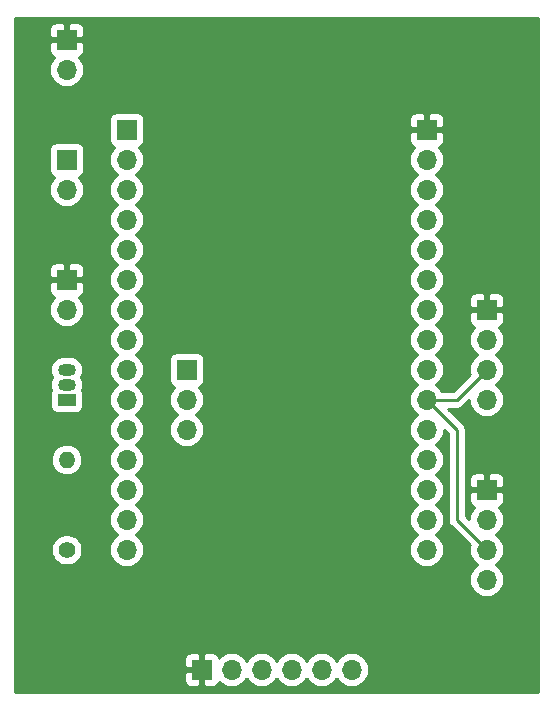
<source format=gbr>
G04 #@! TF.GenerationSoftware,KiCad,Pcbnew,(5.1.2-1)-1*
G04 #@! TF.CreationDate,2021-04-09T14:29:59+02:00*
G04 #@! TF.ProjectId,Faraway_PCB,46617261-7761-4795-9f50-43422e6b6963,rev?*
G04 #@! TF.SameCoordinates,Original*
G04 #@! TF.FileFunction,Copper,L2,Bot*
G04 #@! TF.FilePolarity,Positive*
%FSLAX46Y46*%
G04 Gerber Fmt 4.6, Leading zero omitted, Abs format (unit mm)*
G04 Created by KiCad (PCBNEW (5.1.2-1)-1) date 2021-04-09 14:29:59*
%MOMM*%
%LPD*%
G04 APERTURE LIST*
%ADD10R,1.700000X1.700000*%
%ADD11O,1.700000X1.700000*%
%ADD12C,1.400000*%
%ADD13O,1.400000X1.400000*%
%ADD14O,1.500000X1.050000*%
%ADD15R,1.500000X1.050000*%
%ADD16C,0.250000*%
%ADD17C,0.254000*%
G04 APERTURE END LIST*
D10*
X104140000Y-48260000D03*
D11*
X104140000Y-50800000D03*
D10*
X104140000Y-68580000D03*
D11*
X104140000Y-71120000D03*
D10*
X109220000Y-55880000D03*
D11*
X109220000Y-58420000D03*
X109220000Y-60960000D03*
X109220000Y-63500000D03*
X109220000Y-66040000D03*
X109220000Y-68580000D03*
X109220000Y-71120000D03*
X109220000Y-73660000D03*
X109220000Y-76200000D03*
X109220000Y-78740000D03*
X109220000Y-81280000D03*
X109220000Y-83820000D03*
X109220000Y-86360000D03*
X109220000Y-88900000D03*
X109220000Y-91440000D03*
X134620000Y-91440000D03*
X134620000Y-88900000D03*
X134620000Y-86360000D03*
X134620000Y-83820000D03*
X134620000Y-81280000D03*
X134620000Y-78740000D03*
X134620000Y-76200000D03*
X134620000Y-73660000D03*
X134620000Y-71120000D03*
X134620000Y-68580000D03*
X134620000Y-66040000D03*
X134620000Y-63500000D03*
X134620000Y-60960000D03*
X134620000Y-58420000D03*
D10*
X134620000Y-55880000D03*
D12*
X104140000Y-91440000D03*
D13*
X104140000Y-83820000D03*
D10*
X115570000Y-101600000D03*
D11*
X118110000Y-101600000D03*
X120650000Y-101600000D03*
X123190000Y-101600000D03*
X125730000Y-101600000D03*
X128270000Y-101600000D03*
X104140000Y-60960000D03*
D10*
X104140000Y-58420000D03*
X114300000Y-76200000D03*
D11*
X114300000Y-78740000D03*
X114300000Y-81280000D03*
D10*
X139700000Y-71120000D03*
D11*
X139700000Y-73660000D03*
X139700000Y-76200000D03*
X139700000Y-78740000D03*
X139700000Y-93980000D03*
X139700000Y-91440000D03*
X139700000Y-88900000D03*
D10*
X139700000Y-86360000D03*
D14*
X104140000Y-77470000D03*
X104140000Y-76200000D03*
D15*
X104140000Y-78740000D03*
D16*
X137160000Y-78740000D02*
X139700000Y-76200000D01*
X134620000Y-78740000D02*
X137160000Y-78740000D01*
X134620000Y-78740000D02*
X137160000Y-81280000D01*
X137160000Y-88900000D02*
X139700000Y-91440000D01*
X137160000Y-81280000D02*
X137160000Y-88900000D01*
D17*
G36*
X144095001Y-103455000D02*
G01*
X99745000Y-103455000D01*
X99745000Y-102450000D01*
X114081928Y-102450000D01*
X114094188Y-102574482D01*
X114130498Y-102694180D01*
X114189463Y-102804494D01*
X114268815Y-102901185D01*
X114365506Y-102980537D01*
X114475820Y-103039502D01*
X114595518Y-103075812D01*
X114720000Y-103088072D01*
X115284250Y-103085000D01*
X115443000Y-102926250D01*
X115443000Y-101727000D01*
X114243750Y-101727000D01*
X114085000Y-101885750D01*
X114081928Y-102450000D01*
X99745000Y-102450000D01*
X99745000Y-100750000D01*
X114081928Y-100750000D01*
X114085000Y-101314250D01*
X114243750Y-101473000D01*
X115443000Y-101473000D01*
X115443000Y-100273750D01*
X115697000Y-100273750D01*
X115697000Y-101473000D01*
X115717000Y-101473000D01*
X115717000Y-101727000D01*
X115697000Y-101727000D01*
X115697000Y-102926250D01*
X115855750Y-103085000D01*
X116420000Y-103088072D01*
X116544482Y-103075812D01*
X116664180Y-103039502D01*
X116774494Y-102980537D01*
X116871185Y-102901185D01*
X116950537Y-102804494D01*
X117009502Y-102694180D01*
X117030393Y-102625313D01*
X117054866Y-102655134D01*
X117280986Y-102840706D01*
X117538966Y-102978599D01*
X117818889Y-103063513D01*
X118037050Y-103085000D01*
X118182950Y-103085000D01*
X118401111Y-103063513D01*
X118681034Y-102978599D01*
X118939014Y-102840706D01*
X119165134Y-102655134D01*
X119350706Y-102429014D01*
X119380000Y-102374209D01*
X119409294Y-102429014D01*
X119594866Y-102655134D01*
X119820986Y-102840706D01*
X120078966Y-102978599D01*
X120358889Y-103063513D01*
X120577050Y-103085000D01*
X120722950Y-103085000D01*
X120941111Y-103063513D01*
X121221034Y-102978599D01*
X121479014Y-102840706D01*
X121705134Y-102655134D01*
X121890706Y-102429014D01*
X121920000Y-102374209D01*
X121949294Y-102429014D01*
X122134866Y-102655134D01*
X122360986Y-102840706D01*
X122618966Y-102978599D01*
X122898889Y-103063513D01*
X123117050Y-103085000D01*
X123262950Y-103085000D01*
X123481111Y-103063513D01*
X123761034Y-102978599D01*
X124019014Y-102840706D01*
X124245134Y-102655134D01*
X124430706Y-102429014D01*
X124460000Y-102374209D01*
X124489294Y-102429014D01*
X124674866Y-102655134D01*
X124900986Y-102840706D01*
X125158966Y-102978599D01*
X125438889Y-103063513D01*
X125657050Y-103085000D01*
X125802950Y-103085000D01*
X126021111Y-103063513D01*
X126301034Y-102978599D01*
X126559014Y-102840706D01*
X126785134Y-102655134D01*
X126970706Y-102429014D01*
X127000000Y-102374209D01*
X127029294Y-102429014D01*
X127214866Y-102655134D01*
X127440986Y-102840706D01*
X127698966Y-102978599D01*
X127978889Y-103063513D01*
X128197050Y-103085000D01*
X128342950Y-103085000D01*
X128561111Y-103063513D01*
X128841034Y-102978599D01*
X129099014Y-102840706D01*
X129325134Y-102655134D01*
X129510706Y-102429014D01*
X129648599Y-102171034D01*
X129733513Y-101891111D01*
X129762185Y-101600000D01*
X129733513Y-101308889D01*
X129648599Y-101028966D01*
X129510706Y-100770986D01*
X129325134Y-100544866D01*
X129099014Y-100359294D01*
X128841034Y-100221401D01*
X128561111Y-100136487D01*
X128342950Y-100115000D01*
X128197050Y-100115000D01*
X127978889Y-100136487D01*
X127698966Y-100221401D01*
X127440986Y-100359294D01*
X127214866Y-100544866D01*
X127029294Y-100770986D01*
X127000000Y-100825791D01*
X126970706Y-100770986D01*
X126785134Y-100544866D01*
X126559014Y-100359294D01*
X126301034Y-100221401D01*
X126021111Y-100136487D01*
X125802950Y-100115000D01*
X125657050Y-100115000D01*
X125438889Y-100136487D01*
X125158966Y-100221401D01*
X124900986Y-100359294D01*
X124674866Y-100544866D01*
X124489294Y-100770986D01*
X124460000Y-100825791D01*
X124430706Y-100770986D01*
X124245134Y-100544866D01*
X124019014Y-100359294D01*
X123761034Y-100221401D01*
X123481111Y-100136487D01*
X123262950Y-100115000D01*
X123117050Y-100115000D01*
X122898889Y-100136487D01*
X122618966Y-100221401D01*
X122360986Y-100359294D01*
X122134866Y-100544866D01*
X121949294Y-100770986D01*
X121920000Y-100825791D01*
X121890706Y-100770986D01*
X121705134Y-100544866D01*
X121479014Y-100359294D01*
X121221034Y-100221401D01*
X120941111Y-100136487D01*
X120722950Y-100115000D01*
X120577050Y-100115000D01*
X120358889Y-100136487D01*
X120078966Y-100221401D01*
X119820986Y-100359294D01*
X119594866Y-100544866D01*
X119409294Y-100770986D01*
X119380000Y-100825791D01*
X119350706Y-100770986D01*
X119165134Y-100544866D01*
X118939014Y-100359294D01*
X118681034Y-100221401D01*
X118401111Y-100136487D01*
X118182950Y-100115000D01*
X118037050Y-100115000D01*
X117818889Y-100136487D01*
X117538966Y-100221401D01*
X117280986Y-100359294D01*
X117054866Y-100544866D01*
X117030393Y-100574687D01*
X117009502Y-100505820D01*
X116950537Y-100395506D01*
X116871185Y-100298815D01*
X116774494Y-100219463D01*
X116664180Y-100160498D01*
X116544482Y-100124188D01*
X116420000Y-100111928D01*
X115855750Y-100115000D01*
X115697000Y-100273750D01*
X115443000Y-100273750D01*
X115284250Y-100115000D01*
X114720000Y-100111928D01*
X114595518Y-100124188D01*
X114475820Y-100160498D01*
X114365506Y-100219463D01*
X114268815Y-100298815D01*
X114189463Y-100395506D01*
X114130498Y-100505820D01*
X114094188Y-100625518D01*
X114081928Y-100750000D01*
X99745000Y-100750000D01*
X99745000Y-91308514D01*
X102805000Y-91308514D01*
X102805000Y-91571486D01*
X102856304Y-91829405D01*
X102956939Y-92072359D01*
X103103038Y-92291013D01*
X103288987Y-92476962D01*
X103507641Y-92623061D01*
X103750595Y-92723696D01*
X104008514Y-92775000D01*
X104271486Y-92775000D01*
X104529405Y-92723696D01*
X104772359Y-92623061D01*
X104991013Y-92476962D01*
X105176962Y-92291013D01*
X105323061Y-92072359D01*
X105423696Y-91829405D01*
X105475000Y-91571486D01*
X105475000Y-91308514D01*
X105423696Y-91050595D01*
X105323061Y-90807641D01*
X105176962Y-90588987D01*
X104991013Y-90403038D01*
X104772359Y-90256939D01*
X104529405Y-90156304D01*
X104271486Y-90105000D01*
X104008514Y-90105000D01*
X103750595Y-90156304D01*
X103507641Y-90256939D01*
X103288987Y-90403038D01*
X103103038Y-90588987D01*
X102956939Y-90807641D01*
X102856304Y-91050595D01*
X102805000Y-91308514D01*
X99745000Y-91308514D01*
X99745000Y-83820000D01*
X102798541Y-83820000D01*
X102824317Y-84081706D01*
X102900653Y-84333354D01*
X103024618Y-84565275D01*
X103191445Y-84768555D01*
X103394725Y-84935382D01*
X103626646Y-85059347D01*
X103878294Y-85135683D01*
X104074421Y-85155000D01*
X104205579Y-85155000D01*
X104401706Y-85135683D01*
X104653354Y-85059347D01*
X104885275Y-84935382D01*
X105088555Y-84768555D01*
X105255382Y-84565275D01*
X105379347Y-84333354D01*
X105455683Y-84081706D01*
X105481459Y-83820000D01*
X105455683Y-83558294D01*
X105379347Y-83306646D01*
X105255382Y-83074725D01*
X105088555Y-82871445D01*
X104885275Y-82704618D01*
X104653354Y-82580653D01*
X104401706Y-82504317D01*
X104205579Y-82485000D01*
X104074421Y-82485000D01*
X103878294Y-82504317D01*
X103626646Y-82580653D01*
X103394725Y-82704618D01*
X103191445Y-82871445D01*
X103024618Y-83074725D01*
X102900653Y-83306646D01*
X102824317Y-83558294D01*
X102798541Y-83820000D01*
X99745000Y-83820000D01*
X99745000Y-76200000D01*
X102749388Y-76200000D01*
X102771785Y-76427400D01*
X102838115Y-76646060D01*
X102939105Y-76835000D01*
X102838115Y-77023940D01*
X102771785Y-77242600D01*
X102749388Y-77470000D01*
X102771785Y-77697400D01*
X102835093Y-77906098D01*
X102800498Y-77970820D01*
X102764188Y-78090518D01*
X102751928Y-78215000D01*
X102751928Y-79265000D01*
X102764188Y-79389482D01*
X102800498Y-79509180D01*
X102859463Y-79619494D01*
X102938815Y-79716185D01*
X103035506Y-79795537D01*
X103145820Y-79854502D01*
X103265518Y-79890812D01*
X103390000Y-79903072D01*
X104890000Y-79903072D01*
X105014482Y-79890812D01*
X105134180Y-79854502D01*
X105244494Y-79795537D01*
X105341185Y-79716185D01*
X105420537Y-79619494D01*
X105479502Y-79509180D01*
X105515812Y-79389482D01*
X105528072Y-79265000D01*
X105528072Y-78215000D01*
X105515812Y-78090518D01*
X105479502Y-77970820D01*
X105444907Y-77906098D01*
X105508215Y-77697400D01*
X105530612Y-77470000D01*
X105508215Y-77242600D01*
X105441885Y-77023940D01*
X105340895Y-76835000D01*
X105441885Y-76646060D01*
X105508215Y-76427400D01*
X105530612Y-76200000D01*
X105508215Y-75972600D01*
X105441885Y-75753940D01*
X105334171Y-75552421D01*
X105189212Y-75375788D01*
X105012579Y-75230829D01*
X104811060Y-75123115D01*
X104592400Y-75056785D01*
X104421979Y-75040000D01*
X103858021Y-75040000D01*
X103687600Y-75056785D01*
X103468940Y-75123115D01*
X103267421Y-75230829D01*
X103090788Y-75375788D01*
X102945829Y-75552421D01*
X102838115Y-75753940D01*
X102771785Y-75972600D01*
X102749388Y-76200000D01*
X99745000Y-76200000D01*
X99745000Y-71120000D01*
X102647815Y-71120000D01*
X102676487Y-71411111D01*
X102761401Y-71691034D01*
X102899294Y-71949014D01*
X103084866Y-72175134D01*
X103310986Y-72360706D01*
X103568966Y-72498599D01*
X103848889Y-72583513D01*
X104067050Y-72605000D01*
X104212950Y-72605000D01*
X104431111Y-72583513D01*
X104711034Y-72498599D01*
X104969014Y-72360706D01*
X105195134Y-72175134D01*
X105380706Y-71949014D01*
X105518599Y-71691034D01*
X105603513Y-71411111D01*
X105632185Y-71120000D01*
X105603513Y-70828889D01*
X105518599Y-70548966D01*
X105380706Y-70290986D01*
X105195134Y-70064866D01*
X105165313Y-70040393D01*
X105234180Y-70019502D01*
X105344494Y-69960537D01*
X105441185Y-69881185D01*
X105520537Y-69784494D01*
X105579502Y-69674180D01*
X105615812Y-69554482D01*
X105628072Y-69430000D01*
X105625000Y-68865750D01*
X105466250Y-68707000D01*
X104267000Y-68707000D01*
X104267000Y-68727000D01*
X104013000Y-68727000D01*
X104013000Y-68707000D01*
X102813750Y-68707000D01*
X102655000Y-68865750D01*
X102651928Y-69430000D01*
X102664188Y-69554482D01*
X102700498Y-69674180D01*
X102759463Y-69784494D01*
X102838815Y-69881185D01*
X102935506Y-69960537D01*
X103045820Y-70019502D01*
X103114687Y-70040393D01*
X103084866Y-70064866D01*
X102899294Y-70290986D01*
X102761401Y-70548966D01*
X102676487Y-70828889D01*
X102647815Y-71120000D01*
X99745000Y-71120000D01*
X99745000Y-67730000D01*
X102651928Y-67730000D01*
X102655000Y-68294250D01*
X102813750Y-68453000D01*
X104013000Y-68453000D01*
X104013000Y-67253750D01*
X104267000Y-67253750D01*
X104267000Y-68453000D01*
X105466250Y-68453000D01*
X105625000Y-68294250D01*
X105628072Y-67730000D01*
X105615812Y-67605518D01*
X105579502Y-67485820D01*
X105520537Y-67375506D01*
X105441185Y-67278815D01*
X105344494Y-67199463D01*
X105234180Y-67140498D01*
X105114482Y-67104188D01*
X104990000Y-67091928D01*
X104425750Y-67095000D01*
X104267000Y-67253750D01*
X104013000Y-67253750D01*
X103854250Y-67095000D01*
X103290000Y-67091928D01*
X103165518Y-67104188D01*
X103045820Y-67140498D01*
X102935506Y-67199463D01*
X102838815Y-67278815D01*
X102759463Y-67375506D01*
X102700498Y-67485820D01*
X102664188Y-67605518D01*
X102651928Y-67730000D01*
X99745000Y-67730000D01*
X99745000Y-60960000D01*
X102647815Y-60960000D01*
X102676487Y-61251111D01*
X102761401Y-61531034D01*
X102899294Y-61789014D01*
X103084866Y-62015134D01*
X103310986Y-62200706D01*
X103568966Y-62338599D01*
X103848889Y-62423513D01*
X104067050Y-62445000D01*
X104212950Y-62445000D01*
X104431111Y-62423513D01*
X104711034Y-62338599D01*
X104969014Y-62200706D01*
X105195134Y-62015134D01*
X105380706Y-61789014D01*
X105518599Y-61531034D01*
X105603513Y-61251111D01*
X105632185Y-60960000D01*
X105603513Y-60668889D01*
X105518599Y-60388966D01*
X105380706Y-60130986D01*
X105195134Y-59904866D01*
X105165313Y-59880393D01*
X105234180Y-59859502D01*
X105344494Y-59800537D01*
X105441185Y-59721185D01*
X105520537Y-59624494D01*
X105579502Y-59514180D01*
X105615812Y-59394482D01*
X105628072Y-59270000D01*
X105628072Y-58420000D01*
X107727815Y-58420000D01*
X107756487Y-58711111D01*
X107841401Y-58991034D01*
X107979294Y-59249014D01*
X108164866Y-59475134D01*
X108390986Y-59660706D01*
X108445791Y-59690000D01*
X108390986Y-59719294D01*
X108164866Y-59904866D01*
X107979294Y-60130986D01*
X107841401Y-60388966D01*
X107756487Y-60668889D01*
X107727815Y-60960000D01*
X107756487Y-61251111D01*
X107841401Y-61531034D01*
X107979294Y-61789014D01*
X108164866Y-62015134D01*
X108390986Y-62200706D01*
X108445791Y-62230000D01*
X108390986Y-62259294D01*
X108164866Y-62444866D01*
X107979294Y-62670986D01*
X107841401Y-62928966D01*
X107756487Y-63208889D01*
X107727815Y-63500000D01*
X107756487Y-63791111D01*
X107841401Y-64071034D01*
X107979294Y-64329014D01*
X108164866Y-64555134D01*
X108390986Y-64740706D01*
X108445791Y-64770000D01*
X108390986Y-64799294D01*
X108164866Y-64984866D01*
X107979294Y-65210986D01*
X107841401Y-65468966D01*
X107756487Y-65748889D01*
X107727815Y-66040000D01*
X107756487Y-66331111D01*
X107841401Y-66611034D01*
X107979294Y-66869014D01*
X108164866Y-67095134D01*
X108390986Y-67280706D01*
X108445791Y-67310000D01*
X108390986Y-67339294D01*
X108164866Y-67524866D01*
X107979294Y-67750986D01*
X107841401Y-68008966D01*
X107756487Y-68288889D01*
X107727815Y-68580000D01*
X107756487Y-68871111D01*
X107841401Y-69151034D01*
X107979294Y-69409014D01*
X108164866Y-69635134D01*
X108390986Y-69820706D01*
X108445791Y-69850000D01*
X108390986Y-69879294D01*
X108164866Y-70064866D01*
X107979294Y-70290986D01*
X107841401Y-70548966D01*
X107756487Y-70828889D01*
X107727815Y-71120000D01*
X107756487Y-71411111D01*
X107841401Y-71691034D01*
X107979294Y-71949014D01*
X108164866Y-72175134D01*
X108390986Y-72360706D01*
X108445791Y-72390000D01*
X108390986Y-72419294D01*
X108164866Y-72604866D01*
X107979294Y-72830986D01*
X107841401Y-73088966D01*
X107756487Y-73368889D01*
X107727815Y-73660000D01*
X107756487Y-73951111D01*
X107841401Y-74231034D01*
X107979294Y-74489014D01*
X108164866Y-74715134D01*
X108390986Y-74900706D01*
X108445791Y-74930000D01*
X108390986Y-74959294D01*
X108164866Y-75144866D01*
X107979294Y-75370986D01*
X107841401Y-75628966D01*
X107756487Y-75908889D01*
X107727815Y-76200000D01*
X107756487Y-76491111D01*
X107841401Y-76771034D01*
X107979294Y-77029014D01*
X108164866Y-77255134D01*
X108390986Y-77440706D01*
X108445791Y-77470000D01*
X108390986Y-77499294D01*
X108164866Y-77684866D01*
X107979294Y-77910986D01*
X107841401Y-78168966D01*
X107756487Y-78448889D01*
X107727815Y-78740000D01*
X107756487Y-79031111D01*
X107841401Y-79311034D01*
X107979294Y-79569014D01*
X108164866Y-79795134D01*
X108390986Y-79980706D01*
X108445791Y-80010000D01*
X108390986Y-80039294D01*
X108164866Y-80224866D01*
X107979294Y-80450986D01*
X107841401Y-80708966D01*
X107756487Y-80988889D01*
X107727815Y-81280000D01*
X107756487Y-81571111D01*
X107841401Y-81851034D01*
X107979294Y-82109014D01*
X108164866Y-82335134D01*
X108390986Y-82520706D01*
X108445791Y-82550000D01*
X108390986Y-82579294D01*
X108164866Y-82764866D01*
X107979294Y-82990986D01*
X107841401Y-83248966D01*
X107756487Y-83528889D01*
X107727815Y-83820000D01*
X107756487Y-84111111D01*
X107841401Y-84391034D01*
X107979294Y-84649014D01*
X108164866Y-84875134D01*
X108390986Y-85060706D01*
X108445791Y-85090000D01*
X108390986Y-85119294D01*
X108164866Y-85304866D01*
X107979294Y-85530986D01*
X107841401Y-85788966D01*
X107756487Y-86068889D01*
X107727815Y-86360000D01*
X107756487Y-86651111D01*
X107841401Y-86931034D01*
X107979294Y-87189014D01*
X108164866Y-87415134D01*
X108390986Y-87600706D01*
X108445791Y-87630000D01*
X108390986Y-87659294D01*
X108164866Y-87844866D01*
X107979294Y-88070986D01*
X107841401Y-88328966D01*
X107756487Y-88608889D01*
X107727815Y-88900000D01*
X107756487Y-89191111D01*
X107841401Y-89471034D01*
X107979294Y-89729014D01*
X108164866Y-89955134D01*
X108390986Y-90140706D01*
X108445791Y-90170000D01*
X108390986Y-90199294D01*
X108164866Y-90384866D01*
X107979294Y-90610986D01*
X107841401Y-90868966D01*
X107756487Y-91148889D01*
X107727815Y-91440000D01*
X107756487Y-91731111D01*
X107841401Y-92011034D01*
X107979294Y-92269014D01*
X108164866Y-92495134D01*
X108390986Y-92680706D01*
X108648966Y-92818599D01*
X108928889Y-92903513D01*
X109147050Y-92925000D01*
X109292950Y-92925000D01*
X109511111Y-92903513D01*
X109791034Y-92818599D01*
X110049014Y-92680706D01*
X110275134Y-92495134D01*
X110460706Y-92269014D01*
X110598599Y-92011034D01*
X110683513Y-91731111D01*
X110712185Y-91440000D01*
X110683513Y-91148889D01*
X110598599Y-90868966D01*
X110460706Y-90610986D01*
X110275134Y-90384866D01*
X110049014Y-90199294D01*
X109994209Y-90170000D01*
X110049014Y-90140706D01*
X110275134Y-89955134D01*
X110460706Y-89729014D01*
X110598599Y-89471034D01*
X110683513Y-89191111D01*
X110712185Y-88900000D01*
X110683513Y-88608889D01*
X110598599Y-88328966D01*
X110460706Y-88070986D01*
X110275134Y-87844866D01*
X110049014Y-87659294D01*
X109994209Y-87630000D01*
X110049014Y-87600706D01*
X110275134Y-87415134D01*
X110460706Y-87189014D01*
X110598599Y-86931034D01*
X110683513Y-86651111D01*
X110712185Y-86360000D01*
X110683513Y-86068889D01*
X110598599Y-85788966D01*
X110460706Y-85530986D01*
X110275134Y-85304866D01*
X110049014Y-85119294D01*
X109994209Y-85090000D01*
X110049014Y-85060706D01*
X110275134Y-84875134D01*
X110460706Y-84649014D01*
X110598599Y-84391034D01*
X110683513Y-84111111D01*
X110712185Y-83820000D01*
X110683513Y-83528889D01*
X110598599Y-83248966D01*
X110460706Y-82990986D01*
X110275134Y-82764866D01*
X110049014Y-82579294D01*
X109994209Y-82550000D01*
X110049014Y-82520706D01*
X110275134Y-82335134D01*
X110460706Y-82109014D01*
X110598599Y-81851034D01*
X110683513Y-81571111D01*
X110712185Y-81280000D01*
X110683513Y-80988889D01*
X110598599Y-80708966D01*
X110460706Y-80450986D01*
X110275134Y-80224866D01*
X110049014Y-80039294D01*
X109994209Y-80010000D01*
X110049014Y-79980706D01*
X110275134Y-79795134D01*
X110460706Y-79569014D01*
X110598599Y-79311034D01*
X110683513Y-79031111D01*
X110712185Y-78740000D01*
X112807815Y-78740000D01*
X112836487Y-79031111D01*
X112921401Y-79311034D01*
X113059294Y-79569014D01*
X113244866Y-79795134D01*
X113470986Y-79980706D01*
X113525791Y-80010000D01*
X113470986Y-80039294D01*
X113244866Y-80224866D01*
X113059294Y-80450986D01*
X112921401Y-80708966D01*
X112836487Y-80988889D01*
X112807815Y-81280000D01*
X112836487Y-81571111D01*
X112921401Y-81851034D01*
X113059294Y-82109014D01*
X113244866Y-82335134D01*
X113470986Y-82520706D01*
X113728966Y-82658599D01*
X114008889Y-82743513D01*
X114227050Y-82765000D01*
X114372950Y-82765000D01*
X114591111Y-82743513D01*
X114871034Y-82658599D01*
X115129014Y-82520706D01*
X115355134Y-82335134D01*
X115540706Y-82109014D01*
X115678599Y-81851034D01*
X115763513Y-81571111D01*
X115792185Y-81280000D01*
X115763513Y-80988889D01*
X115678599Y-80708966D01*
X115540706Y-80450986D01*
X115355134Y-80224866D01*
X115129014Y-80039294D01*
X115074209Y-80010000D01*
X115129014Y-79980706D01*
X115355134Y-79795134D01*
X115540706Y-79569014D01*
X115678599Y-79311034D01*
X115763513Y-79031111D01*
X115792185Y-78740000D01*
X115763513Y-78448889D01*
X115678599Y-78168966D01*
X115540706Y-77910986D01*
X115355134Y-77684866D01*
X115325313Y-77660393D01*
X115394180Y-77639502D01*
X115504494Y-77580537D01*
X115601185Y-77501185D01*
X115680537Y-77404494D01*
X115739502Y-77294180D01*
X115775812Y-77174482D01*
X115788072Y-77050000D01*
X115788072Y-75350000D01*
X115775812Y-75225518D01*
X115739502Y-75105820D01*
X115680537Y-74995506D01*
X115601185Y-74898815D01*
X115504494Y-74819463D01*
X115394180Y-74760498D01*
X115274482Y-74724188D01*
X115150000Y-74711928D01*
X113450000Y-74711928D01*
X113325518Y-74724188D01*
X113205820Y-74760498D01*
X113095506Y-74819463D01*
X112998815Y-74898815D01*
X112919463Y-74995506D01*
X112860498Y-75105820D01*
X112824188Y-75225518D01*
X112811928Y-75350000D01*
X112811928Y-77050000D01*
X112824188Y-77174482D01*
X112860498Y-77294180D01*
X112919463Y-77404494D01*
X112998815Y-77501185D01*
X113095506Y-77580537D01*
X113205820Y-77639502D01*
X113274687Y-77660393D01*
X113244866Y-77684866D01*
X113059294Y-77910986D01*
X112921401Y-78168966D01*
X112836487Y-78448889D01*
X112807815Y-78740000D01*
X110712185Y-78740000D01*
X110683513Y-78448889D01*
X110598599Y-78168966D01*
X110460706Y-77910986D01*
X110275134Y-77684866D01*
X110049014Y-77499294D01*
X109994209Y-77470000D01*
X110049014Y-77440706D01*
X110275134Y-77255134D01*
X110460706Y-77029014D01*
X110598599Y-76771034D01*
X110683513Y-76491111D01*
X110712185Y-76200000D01*
X110683513Y-75908889D01*
X110598599Y-75628966D01*
X110460706Y-75370986D01*
X110275134Y-75144866D01*
X110049014Y-74959294D01*
X109994209Y-74930000D01*
X110049014Y-74900706D01*
X110275134Y-74715134D01*
X110460706Y-74489014D01*
X110598599Y-74231034D01*
X110683513Y-73951111D01*
X110712185Y-73660000D01*
X110683513Y-73368889D01*
X110598599Y-73088966D01*
X110460706Y-72830986D01*
X110275134Y-72604866D01*
X110049014Y-72419294D01*
X109994209Y-72390000D01*
X110049014Y-72360706D01*
X110275134Y-72175134D01*
X110460706Y-71949014D01*
X110598599Y-71691034D01*
X110683513Y-71411111D01*
X110712185Y-71120000D01*
X110683513Y-70828889D01*
X110598599Y-70548966D01*
X110460706Y-70290986D01*
X110275134Y-70064866D01*
X110049014Y-69879294D01*
X109994209Y-69850000D01*
X110049014Y-69820706D01*
X110275134Y-69635134D01*
X110460706Y-69409014D01*
X110598599Y-69151034D01*
X110683513Y-68871111D01*
X110712185Y-68580000D01*
X110683513Y-68288889D01*
X110598599Y-68008966D01*
X110460706Y-67750986D01*
X110275134Y-67524866D01*
X110049014Y-67339294D01*
X109994209Y-67310000D01*
X110049014Y-67280706D01*
X110275134Y-67095134D01*
X110460706Y-66869014D01*
X110598599Y-66611034D01*
X110683513Y-66331111D01*
X110712185Y-66040000D01*
X110683513Y-65748889D01*
X110598599Y-65468966D01*
X110460706Y-65210986D01*
X110275134Y-64984866D01*
X110049014Y-64799294D01*
X109994209Y-64770000D01*
X110049014Y-64740706D01*
X110275134Y-64555134D01*
X110460706Y-64329014D01*
X110598599Y-64071034D01*
X110683513Y-63791111D01*
X110712185Y-63500000D01*
X110683513Y-63208889D01*
X110598599Y-62928966D01*
X110460706Y-62670986D01*
X110275134Y-62444866D01*
X110049014Y-62259294D01*
X109994209Y-62230000D01*
X110049014Y-62200706D01*
X110275134Y-62015134D01*
X110460706Y-61789014D01*
X110598599Y-61531034D01*
X110683513Y-61251111D01*
X110712185Y-60960000D01*
X110683513Y-60668889D01*
X110598599Y-60388966D01*
X110460706Y-60130986D01*
X110275134Y-59904866D01*
X110049014Y-59719294D01*
X109994209Y-59690000D01*
X110049014Y-59660706D01*
X110275134Y-59475134D01*
X110460706Y-59249014D01*
X110598599Y-58991034D01*
X110683513Y-58711111D01*
X110712185Y-58420000D01*
X133127815Y-58420000D01*
X133156487Y-58711111D01*
X133241401Y-58991034D01*
X133379294Y-59249014D01*
X133564866Y-59475134D01*
X133790986Y-59660706D01*
X133845791Y-59690000D01*
X133790986Y-59719294D01*
X133564866Y-59904866D01*
X133379294Y-60130986D01*
X133241401Y-60388966D01*
X133156487Y-60668889D01*
X133127815Y-60960000D01*
X133156487Y-61251111D01*
X133241401Y-61531034D01*
X133379294Y-61789014D01*
X133564866Y-62015134D01*
X133790986Y-62200706D01*
X133845791Y-62230000D01*
X133790986Y-62259294D01*
X133564866Y-62444866D01*
X133379294Y-62670986D01*
X133241401Y-62928966D01*
X133156487Y-63208889D01*
X133127815Y-63500000D01*
X133156487Y-63791111D01*
X133241401Y-64071034D01*
X133379294Y-64329014D01*
X133564866Y-64555134D01*
X133790986Y-64740706D01*
X133845791Y-64770000D01*
X133790986Y-64799294D01*
X133564866Y-64984866D01*
X133379294Y-65210986D01*
X133241401Y-65468966D01*
X133156487Y-65748889D01*
X133127815Y-66040000D01*
X133156487Y-66331111D01*
X133241401Y-66611034D01*
X133379294Y-66869014D01*
X133564866Y-67095134D01*
X133790986Y-67280706D01*
X133845791Y-67310000D01*
X133790986Y-67339294D01*
X133564866Y-67524866D01*
X133379294Y-67750986D01*
X133241401Y-68008966D01*
X133156487Y-68288889D01*
X133127815Y-68580000D01*
X133156487Y-68871111D01*
X133241401Y-69151034D01*
X133379294Y-69409014D01*
X133564866Y-69635134D01*
X133790986Y-69820706D01*
X133845791Y-69850000D01*
X133790986Y-69879294D01*
X133564866Y-70064866D01*
X133379294Y-70290986D01*
X133241401Y-70548966D01*
X133156487Y-70828889D01*
X133127815Y-71120000D01*
X133156487Y-71411111D01*
X133241401Y-71691034D01*
X133379294Y-71949014D01*
X133564866Y-72175134D01*
X133790986Y-72360706D01*
X133845791Y-72390000D01*
X133790986Y-72419294D01*
X133564866Y-72604866D01*
X133379294Y-72830986D01*
X133241401Y-73088966D01*
X133156487Y-73368889D01*
X133127815Y-73660000D01*
X133156487Y-73951111D01*
X133241401Y-74231034D01*
X133379294Y-74489014D01*
X133564866Y-74715134D01*
X133790986Y-74900706D01*
X133845791Y-74930000D01*
X133790986Y-74959294D01*
X133564866Y-75144866D01*
X133379294Y-75370986D01*
X133241401Y-75628966D01*
X133156487Y-75908889D01*
X133127815Y-76200000D01*
X133156487Y-76491111D01*
X133241401Y-76771034D01*
X133379294Y-77029014D01*
X133564866Y-77255134D01*
X133790986Y-77440706D01*
X133845791Y-77470000D01*
X133790986Y-77499294D01*
X133564866Y-77684866D01*
X133379294Y-77910986D01*
X133241401Y-78168966D01*
X133156487Y-78448889D01*
X133127815Y-78740000D01*
X133156487Y-79031111D01*
X133241401Y-79311034D01*
X133379294Y-79569014D01*
X133564866Y-79795134D01*
X133790986Y-79980706D01*
X133845791Y-80010000D01*
X133790986Y-80039294D01*
X133564866Y-80224866D01*
X133379294Y-80450986D01*
X133241401Y-80708966D01*
X133156487Y-80988889D01*
X133127815Y-81280000D01*
X133156487Y-81571111D01*
X133241401Y-81851034D01*
X133379294Y-82109014D01*
X133564866Y-82335134D01*
X133790986Y-82520706D01*
X133845791Y-82550000D01*
X133790986Y-82579294D01*
X133564866Y-82764866D01*
X133379294Y-82990986D01*
X133241401Y-83248966D01*
X133156487Y-83528889D01*
X133127815Y-83820000D01*
X133156487Y-84111111D01*
X133241401Y-84391034D01*
X133379294Y-84649014D01*
X133564866Y-84875134D01*
X133790986Y-85060706D01*
X133845791Y-85090000D01*
X133790986Y-85119294D01*
X133564866Y-85304866D01*
X133379294Y-85530986D01*
X133241401Y-85788966D01*
X133156487Y-86068889D01*
X133127815Y-86360000D01*
X133156487Y-86651111D01*
X133241401Y-86931034D01*
X133379294Y-87189014D01*
X133564866Y-87415134D01*
X133790986Y-87600706D01*
X133845791Y-87630000D01*
X133790986Y-87659294D01*
X133564866Y-87844866D01*
X133379294Y-88070986D01*
X133241401Y-88328966D01*
X133156487Y-88608889D01*
X133127815Y-88900000D01*
X133156487Y-89191111D01*
X133241401Y-89471034D01*
X133379294Y-89729014D01*
X133564866Y-89955134D01*
X133790986Y-90140706D01*
X133845791Y-90170000D01*
X133790986Y-90199294D01*
X133564866Y-90384866D01*
X133379294Y-90610986D01*
X133241401Y-90868966D01*
X133156487Y-91148889D01*
X133127815Y-91440000D01*
X133156487Y-91731111D01*
X133241401Y-92011034D01*
X133379294Y-92269014D01*
X133564866Y-92495134D01*
X133790986Y-92680706D01*
X134048966Y-92818599D01*
X134328889Y-92903513D01*
X134547050Y-92925000D01*
X134692950Y-92925000D01*
X134911111Y-92903513D01*
X135191034Y-92818599D01*
X135449014Y-92680706D01*
X135675134Y-92495134D01*
X135860706Y-92269014D01*
X135998599Y-92011034D01*
X136083513Y-91731111D01*
X136112185Y-91440000D01*
X136083513Y-91148889D01*
X135998599Y-90868966D01*
X135860706Y-90610986D01*
X135675134Y-90384866D01*
X135449014Y-90199294D01*
X135394209Y-90170000D01*
X135449014Y-90140706D01*
X135675134Y-89955134D01*
X135860706Y-89729014D01*
X135998599Y-89471034D01*
X136083513Y-89191111D01*
X136112185Y-88900000D01*
X136083513Y-88608889D01*
X135998599Y-88328966D01*
X135860706Y-88070986D01*
X135675134Y-87844866D01*
X135449014Y-87659294D01*
X135394209Y-87630000D01*
X135449014Y-87600706D01*
X135675134Y-87415134D01*
X135860706Y-87189014D01*
X135998599Y-86931034D01*
X136083513Y-86651111D01*
X136112185Y-86360000D01*
X136083513Y-86068889D01*
X135998599Y-85788966D01*
X135860706Y-85530986D01*
X135675134Y-85304866D01*
X135449014Y-85119294D01*
X135394209Y-85090000D01*
X135449014Y-85060706D01*
X135675134Y-84875134D01*
X135860706Y-84649014D01*
X135998599Y-84391034D01*
X136083513Y-84111111D01*
X136112185Y-83820000D01*
X136083513Y-83528889D01*
X135998599Y-83248966D01*
X135860706Y-82990986D01*
X135675134Y-82764866D01*
X135449014Y-82579294D01*
X135394209Y-82550000D01*
X135449014Y-82520706D01*
X135675134Y-82335134D01*
X135860706Y-82109014D01*
X135998599Y-81851034D01*
X136083513Y-81571111D01*
X136109765Y-81304568D01*
X136400000Y-81594803D01*
X136400001Y-88862668D01*
X136396324Y-88900000D01*
X136410998Y-89048985D01*
X136454454Y-89192246D01*
X136525026Y-89324276D01*
X136596201Y-89411002D01*
X136620000Y-89440001D01*
X136648998Y-89463799D01*
X138259203Y-91074005D01*
X138236487Y-91148889D01*
X138207815Y-91440000D01*
X138236487Y-91731111D01*
X138321401Y-92011034D01*
X138459294Y-92269014D01*
X138644866Y-92495134D01*
X138870986Y-92680706D01*
X138925791Y-92710000D01*
X138870986Y-92739294D01*
X138644866Y-92924866D01*
X138459294Y-93150986D01*
X138321401Y-93408966D01*
X138236487Y-93688889D01*
X138207815Y-93980000D01*
X138236487Y-94271111D01*
X138321401Y-94551034D01*
X138459294Y-94809014D01*
X138644866Y-95035134D01*
X138870986Y-95220706D01*
X139128966Y-95358599D01*
X139408889Y-95443513D01*
X139627050Y-95465000D01*
X139772950Y-95465000D01*
X139991111Y-95443513D01*
X140271034Y-95358599D01*
X140529014Y-95220706D01*
X140755134Y-95035134D01*
X140940706Y-94809014D01*
X141078599Y-94551034D01*
X141163513Y-94271111D01*
X141192185Y-93980000D01*
X141163513Y-93688889D01*
X141078599Y-93408966D01*
X140940706Y-93150986D01*
X140755134Y-92924866D01*
X140529014Y-92739294D01*
X140474209Y-92710000D01*
X140529014Y-92680706D01*
X140755134Y-92495134D01*
X140940706Y-92269014D01*
X141078599Y-92011034D01*
X141163513Y-91731111D01*
X141192185Y-91440000D01*
X141163513Y-91148889D01*
X141078599Y-90868966D01*
X140940706Y-90610986D01*
X140755134Y-90384866D01*
X140529014Y-90199294D01*
X140474209Y-90170000D01*
X140529014Y-90140706D01*
X140755134Y-89955134D01*
X140940706Y-89729014D01*
X141078599Y-89471034D01*
X141163513Y-89191111D01*
X141192185Y-88900000D01*
X141163513Y-88608889D01*
X141078599Y-88328966D01*
X140940706Y-88070986D01*
X140755134Y-87844866D01*
X140725313Y-87820393D01*
X140794180Y-87799502D01*
X140904494Y-87740537D01*
X141001185Y-87661185D01*
X141080537Y-87564494D01*
X141139502Y-87454180D01*
X141175812Y-87334482D01*
X141188072Y-87210000D01*
X141185000Y-86645750D01*
X141026250Y-86487000D01*
X139827000Y-86487000D01*
X139827000Y-86507000D01*
X139573000Y-86507000D01*
X139573000Y-86487000D01*
X138373750Y-86487000D01*
X138215000Y-86645750D01*
X138211928Y-87210000D01*
X138224188Y-87334482D01*
X138260498Y-87454180D01*
X138319463Y-87564494D01*
X138398815Y-87661185D01*
X138495506Y-87740537D01*
X138605820Y-87799502D01*
X138674687Y-87820393D01*
X138644866Y-87844866D01*
X138459294Y-88070986D01*
X138321401Y-88328966D01*
X138236487Y-88608889D01*
X138210235Y-88875433D01*
X137920000Y-88585199D01*
X137920000Y-85510000D01*
X138211928Y-85510000D01*
X138215000Y-86074250D01*
X138373750Y-86233000D01*
X139573000Y-86233000D01*
X139573000Y-85033750D01*
X139827000Y-85033750D01*
X139827000Y-86233000D01*
X141026250Y-86233000D01*
X141185000Y-86074250D01*
X141188072Y-85510000D01*
X141175812Y-85385518D01*
X141139502Y-85265820D01*
X141080537Y-85155506D01*
X141001185Y-85058815D01*
X140904494Y-84979463D01*
X140794180Y-84920498D01*
X140674482Y-84884188D01*
X140550000Y-84871928D01*
X139985750Y-84875000D01*
X139827000Y-85033750D01*
X139573000Y-85033750D01*
X139414250Y-84875000D01*
X138850000Y-84871928D01*
X138725518Y-84884188D01*
X138605820Y-84920498D01*
X138495506Y-84979463D01*
X138398815Y-85058815D01*
X138319463Y-85155506D01*
X138260498Y-85265820D01*
X138224188Y-85385518D01*
X138211928Y-85510000D01*
X137920000Y-85510000D01*
X137920000Y-81317322D01*
X137923676Y-81279999D01*
X137920000Y-81242676D01*
X137920000Y-81242667D01*
X137909003Y-81131014D01*
X137865546Y-80987753D01*
X137794974Y-80855724D01*
X137781811Y-80839685D01*
X137723799Y-80768996D01*
X137723795Y-80768992D01*
X137700001Y-80739999D01*
X137671009Y-80716206D01*
X136454802Y-79500000D01*
X137122678Y-79500000D01*
X137160000Y-79503676D01*
X137197322Y-79500000D01*
X137197333Y-79500000D01*
X137308986Y-79489003D01*
X137452247Y-79445546D01*
X137584276Y-79374974D01*
X137700001Y-79280001D01*
X137723804Y-79250997D01*
X138210235Y-78764567D01*
X138236487Y-79031111D01*
X138321401Y-79311034D01*
X138459294Y-79569014D01*
X138644866Y-79795134D01*
X138870986Y-79980706D01*
X139128966Y-80118599D01*
X139408889Y-80203513D01*
X139627050Y-80225000D01*
X139772950Y-80225000D01*
X139991111Y-80203513D01*
X140271034Y-80118599D01*
X140529014Y-79980706D01*
X140755134Y-79795134D01*
X140940706Y-79569014D01*
X141078599Y-79311034D01*
X141163513Y-79031111D01*
X141192185Y-78740000D01*
X141163513Y-78448889D01*
X141078599Y-78168966D01*
X140940706Y-77910986D01*
X140755134Y-77684866D01*
X140529014Y-77499294D01*
X140474209Y-77470000D01*
X140529014Y-77440706D01*
X140755134Y-77255134D01*
X140940706Y-77029014D01*
X141078599Y-76771034D01*
X141163513Y-76491111D01*
X141192185Y-76200000D01*
X141163513Y-75908889D01*
X141078599Y-75628966D01*
X140940706Y-75370986D01*
X140755134Y-75144866D01*
X140529014Y-74959294D01*
X140474209Y-74930000D01*
X140529014Y-74900706D01*
X140755134Y-74715134D01*
X140940706Y-74489014D01*
X141078599Y-74231034D01*
X141163513Y-73951111D01*
X141192185Y-73660000D01*
X141163513Y-73368889D01*
X141078599Y-73088966D01*
X140940706Y-72830986D01*
X140755134Y-72604866D01*
X140725313Y-72580393D01*
X140794180Y-72559502D01*
X140904494Y-72500537D01*
X141001185Y-72421185D01*
X141080537Y-72324494D01*
X141139502Y-72214180D01*
X141175812Y-72094482D01*
X141188072Y-71970000D01*
X141185000Y-71405750D01*
X141026250Y-71247000D01*
X139827000Y-71247000D01*
X139827000Y-71267000D01*
X139573000Y-71267000D01*
X139573000Y-71247000D01*
X138373750Y-71247000D01*
X138215000Y-71405750D01*
X138211928Y-71970000D01*
X138224188Y-72094482D01*
X138260498Y-72214180D01*
X138319463Y-72324494D01*
X138398815Y-72421185D01*
X138495506Y-72500537D01*
X138605820Y-72559502D01*
X138674687Y-72580393D01*
X138644866Y-72604866D01*
X138459294Y-72830986D01*
X138321401Y-73088966D01*
X138236487Y-73368889D01*
X138207815Y-73660000D01*
X138236487Y-73951111D01*
X138321401Y-74231034D01*
X138459294Y-74489014D01*
X138644866Y-74715134D01*
X138870986Y-74900706D01*
X138925791Y-74930000D01*
X138870986Y-74959294D01*
X138644866Y-75144866D01*
X138459294Y-75370986D01*
X138321401Y-75628966D01*
X138236487Y-75908889D01*
X138207815Y-76200000D01*
X138236487Y-76491111D01*
X138259203Y-76565995D01*
X136845199Y-77980000D01*
X135897595Y-77980000D01*
X135860706Y-77910986D01*
X135675134Y-77684866D01*
X135449014Y-77499294D01*
X135394209Y-77470000D01*
X135449014Y-77440706D01*
X135675134Y-77255134D01*
X135860706Y-77029014D01*
X135998599Y-76771034D01*
X136083513Y-76491111D01*
X136112185Y-76200000D01*
X136083513Y-75908889D01*
X135998599Y-75628966D01*
X135860706Y-75370986D01*
X135675134Y-75144866D01*
X135449014Y-74959294D01*
X135394209Y-74930000D01*
X135449014Y-74900706D01*
X135675134Y-74715134D01*
X135860706Y-74489014D01*
X135998599Y-74231034D01*
X136083513Y-73951111D01*
X136112185Y-73660000D01*
X136083513Y-73368889D01*
X135998599Y-73088966D01*
X135860706Y-72830986D01*
X135675134Y-72604866D01*
X135449014Y-72419294D01*
X135394209Y-72390000D01*
X135449014Y-72360706D01*
X135675134Y-72175134D01*
X135860706Y-71949014D01*
X135998599Y-71691034D01*
X136083513Y-71411111D01*
X136112185Y-71120000D01*
X136083513Y-70828889D01*
X135998599Y-70548966D01*
X135860706Y-70290986D01*
X135843484Y-70270000D01*
X138211928Y-70270000D01*
X138215000Y-70834250D01*
X138373750Y-70993000D01*
X139573000Y-70993000D01*
X139573000Y-69793750D01*
X139827000Y-69793750D01*
X139827000Y-70993000D01*
X141026250Y-70993000D01*
X141185000Y-70834250D01*
X141188072Y-70270000D01*
X141175812Y-70145518D01*
X141139502Y-70025820D01*
X141080537Y-69915506D01*
X141001185Y-69818815D01*
X140904494Y-69739463D01*
X140794180Y-69680498D01*
X140674482Y-69644188D01*
X140550000Y-69631928D01*
X139985750Y-69635000D01*
X139827000Y-69793750D01*
X139573000Y-69793750D01*
X139414250Y-69635000D01*
X138850000Y-69631928D01*
X138725518Y-69644188D01*
X138605820Y-69680498D01*
X138495506Y-69739463D01*
X138398815Y-69818815D01*
X138319463Y-69915506D01*
X138260498Y-70025820D01*
X138224188Y-70145518D01*
X138211928Y-70270000D01*
X135843484Y-70270000D01*
X135675134Y-70064866D01*
X135449014Y-69879294D01*
X135394209Y-69850000D01*
X135449014Y-69820706D01*
X135675134Y-69635134D01*
X135860706Y-69409014D01*
X135998599Y-69151034D01*
X136083513Y-68871111D01*
X136112185Y-68580000D01*
X136083513Y-68288889D01*
X135998599Y-68008966D01*
X135860706Y-67750986D01*
X135675134Y-67524866D01*
X135449014Y-67339294D01*
X135394209Y-67310000D01*
X135449014Y-67280706D01*
X135675134Y-67095134D01*
X135860706Y-66869014D01*
X135998599Y-66611034D01*
X136083513Y-66331111D01*
X136112185Y-66040000D01*
X136083513Y-65748889D01*
X135998599Y-65468966D01*
X135860706Y-65210986D01*
X135675134Y-64984866D01*
X135449014Y-64799294D01*
X135394209Y-64770000D01*
X135449014Y-64740706D01*
X135675134Y-64555134D01*
X135860706Y-64329014D01*
X135998599Y-64071034D01*
X136083513Y-63791111D01*
X136112185Y-63500000D01*
X136083513Y-63208889D01*
X135998599Y-62928966D01*
X135860706Y-62670986D01*
X135675134Y-62444866D01*
X135449014Y-62259294D01*
X135394209Y-62230000D01*
X135449014Y-62200706D01*
X135675134Y-62015134D01*
X135860706Y-61789014D01*
X135998599Y-61531034D01*
X136083513Y-61251111D01*
X136112185Y-60960000D01*
X136083513Y-60668889D01*
X135998599Y-60388966D01*
X135860706Y-60130986D01*
X135675134Y-59904866D01*
X135449014Y-59719294D01*
X135394209Y-59690000D01*
X135449014Y-59660706D01*
X135675134Y-59475134D01*
X135860706Y-59249014D01*
X135998599Y-58991034D01*
X136083513Y-58711111D01*
X136112185Y-58420000D01*
X136083513Y-58128889D01*
X135998599Y-57848966D01*
X135860706Y-57590986D01*
X135675134Y-57364866D01*
X135645313Y-57340393D01*
X135714180Y-57319502D01*
X135824494Y-57260537D01*
X135921185Y-57181185D01*
X136000537Y-57084494D01*
X136059502Y-56974180D01*
X136095812Y-56854482D01*
X136108072Y-56730000D01*
X136105000Y-56165750D01*
X135946250Y-56007000D01*
X134747000Y-56007000D01*
X134747000Y-56027000D01*
X134493000Y-56027000D01*
X134493000Y-56007000D01*
X133293750Y-56007000D01*
X133135000Y-56165750D01*
X133131928Y-56730000D01*
X133144188Y-56854482D01*
X133180498Y-56974180D01*
X133239463Y-57084494D01*
X133318815Y-57181185D01*
X133415506Y-57260537D01*
X133525820Y-57319502D01*
X133594687Y-57340393D01*
X133564866Y-57364866D01*
X133379294Y-57590986D01*
X133241401Y-57848966D01*
X133156487Y-58128889D01*
X133127815Y-58420000D01*
X110712185Y-58420000D01*
X110683513Y-58128889D01*
X110598599Y-57848966D01*
X110460706Y-57590986D01*
X110275134Y-57364866D01*
X110245313Y-57340393D01*
X110314180Y-57319502D01*
X110424494Y-57260537D01*
X110521185Y-57181185D01*
X110600537Y-57084494D01*
X110659502Y-56974180D01*
X110695812Y-56854482D01*
X110708072Y-56730000D01*
X110708072Y-55030000D01*
X133131928Y-55030000D01*
X133135000Y-55594250D01*
X133293750Y-55753000D01*
X134493000Y-55753000D01*
X134493000Y-54553750D01*
X134747000Y-54553750D01*
X134747000Y-55753000D01*
X135946250Y-55753000D01*
X136105000Y-55594250D01*
X136108072Y-55030000D01*
X136095812Y-54905518D01*
X136059502Y-54785820D01*
X136000537Y-54675506D01*
X135921185Y-54578815D01*
X135824494Y-54499463D01*
X135714180Y-54440498D01*
X135594482Y-54404188D01*
X135470000Y-54391928D01*
X134905750Y-54395000D01*
X134747000Y-54553750D01*
X134493000Y-54553750D01*
X134334250Y-54395000D01*
X133770000Y-54391928D01*
X133645518Y-54404188D01*
X133525820Y-54440498D01*
X133415506Y-54499463D01*
X133318815Y-54578815D01*
X133239463Y-54675506D01*
X133180498Y-54785820D01*
X133144188Y-54905518D01*
X133131928Y-55030000D01*
X110708072Y-55030000D01*
X110695812Y-54905518D01*
X110659502Y-54785820D01*
X110600537Y-54675506D01*
X110521185Y-54578815D01*
X110424494Y-54499463D01*
X110314180Y-54440498D01*
X110194482Y-54404188D01*
X110070000Y-54391928D01*
X108370000Y-54391928D01*
X108245518Y-54404188D01*
X108125820Y-54440498D01*
X108015506Y-54499463D01*
X107918815Y-54578815D01*
X107839463Y-54675506D01*
X107780498Y-54785820D01*
X107744188Y-54905518D01*
X107731928Y-55030000D01*
X107731928Y-56730000D01*
X107744188Y-56854482D01*
X107780498Y-56974180D01*
X107839463Y-57084494D01*
X107918815Y-57181185D01*
X108015506Y-57260537D01*
X108125820Y-57319502D01*
X108194687Y-57340393D01*
X108164866Y-57364866D01*
X107979294Y-57590986D01*
X107841401Y-57848966D01*
X107756487Y-58128889D01*
X107727815Y-58420000D01*
X105628072Y-58420000D01*
X105628072Y-57570000D01*
X105615812Y-57445518D01*
X105579502Y-57325820D01*
X105520537Y-57215506D01*
X105441185Y-57118815D01*
X105344494Y-57039463D01*
X105234180Y-56980498D01*
X105114482Y-56944188D01*
X104990000Y-56931928D01*
X103290000Y-56931928D01*
X103165518Y-56944188D01*
X103045820Y-56980498D01*
X102935506Y-57039463D01*
X102838815Y-57118815D01*
X102759463Y-57215506D01*
X102700498Y-57325820D01*
X102664188Y-57445518D01*
X102651928Y-57570000D01*
X102651928Y-59270000D01*
X102664188Y-59394482D01*
X102700498Y-59514180D01*
X102759463Y-59624494D01*
X102838815Y-59721185D01*
X102935506Y-59800537D01*
X103045820Y-59859502D01*
X103114687Y-59880393D01*
X103084866Y-59904866D01*
X102899294Y-60130986D01*
X102761401Y-60388966D01*
X102676487Y-60668889D01*
X102647815Y-60960000D01*
X99745000Y-60960000D01*
X99745000Y-50800000D01*
X102647815Y-50800000D01*
X102676487Y-51091111D01*
X102761401Y-51371034D01*
X102899294Y-51629014D01*
X103084866Y-51855134D01*
X103310986Y-52040706D01*
X103568966Y-52178599D01*
X103848889Y-52263513D01*
X104067050Y-52285000D01*
X104212950Y-52285000D01*
X104431111Y-52263513D01*
X104711034Y-52178599D01*
X104969014Y-52040706D01*
X105195134Y-51855134D01*
X105380706Y-51629014D01*
X105518599Y-51371034D01*
X105603513Y-51091111D01*
X105632185Y-50800000D01*
X105603513Y-50508889D01*
X105518599Y-50228966D01*
X105380706Y-49970986D01*
X105195134Y-49744866D01*
X105165313Y-49720393D01*
X105234180Y-49699502D01*
X105344494Y-49640537D01*
X105441185Y-49561185D01*
X105520537Y-49464494D01*
X105579502Y-49354180D01*
X105615812Y-49234482D01*
X105628072Y-49110000D01*
X105625000Y-48545750D01*
X105466250Y-48387000D01*
X104267000Y-48387000D01*
X104267000Y-48407000D01*
X104013000Y-48407000D01*
X104013000Y-48387000D01*
X102813750Y-48387000D01*
X102655000Y-48545750D01*
X102651928Y-49110000D01*
X102664188Y-49234482D01*
X102700498Y-49354180D01*
X102759463Y-49464494D01*
X102838815Y-49561185D01*
X102935506Y-49640537D01*
X103045820Y-49699502D01*
X103114687Y-49720393D01*
X103084866Y-49744866D01*
X102899294Y-49970986D01*
X102761401Y-50228966D01*
X102676487Y-50508889D01*
X102647815Y-50800000D01*
X99745000Y-50800000D01*
X99745000Y-47410000D01*
X102651928Y-47410000D01*
X102655000Y-47974250D01*
X102813750Y-48133000D01*
X104013000Y-48133000D01*
X104013000Y-46933750D01*
X104267000Y-46933750D01*
X104267000Y-48133000D01*
X105466250Y-48133000D01*
X105625000Y-47974250D01*
X105628072Y-47410000D01*
X105615812Y-47285518D01*
X105579502Y-47165820D01*
X105520537Y-47055506D01*
X105441185Y-46958815D01*
X105344494Y-46879463D01*
X105234180Y-46820498D01*
X105114482Y-46784188D01*
X104990000Y-46771928D01*
X104425750Y-46775000D01*
X104267000Y-46933750D01*
X104013000Y-46933750D01*
X103854250Y-46775000D01*
X103290000Y-46771928D01*
X103165518Y-46784188D01*
X103045820Y-46820498D01*
X102935506Y-46879463D01*
X102838815Y-46958815D01*
X102759463Y-47055506D01*
X102700498Y-47165820D01*
X102664188Y-47285518D01*
X102651928Y-47410000D01*
X99745000Y-47410000D01*
X99745000Y-46405000D01*
X144095000Y-46405000D01*
X144095001Y-103455000D01*
X144095001Y-103455000D01*
G37*
X144095001Y-103455000D02*
X99745000Y-103455000D01*
X99745000Y-102450000D01*
X114081928Y-102450000D01*
X114094188Y-102574482D01*
X114130498Y-102694180D01*
X114189463Y-102804494D01*
X114268815Y-102901185D01*
X114365506Y-102980537D01*
X114475820Y-103039502D01*
X114595518Y-103075812D01*
X114720000Y-103088072D01*
X115284250Y-103085000D01*
X115443000Y-102926250D01*
X115443000Y-101727000D01*
X114243750Y-101727000D01*
X114085000Y-101885750D01*
X114081928Y-102450000D01*
X99745000Y-102450000D01*
X99745000Y-100750000D01*
X114081928Y-100750000D01*
X114085000Y-101314250D01*
X114243750Y-101473000D01*
X115443000Y-101473000D01*
X115443000Y-100273750D01*
X115697000Y-100273750D01*
X115697000Y-101473000D01*
X115717000Y-101473000D01*
X115717000Y-101727000D01*
X115697000Y-101727000D01*
X115697000Y-102926250D01*
X115855750Y-103085000D01*
X116420000Y-103088072D01*
X116544482Y-103075812D01*
X116664180Y-103039502D01*
X116774494Y-102980537D01*
X116871185Y-102901185D01*
X116950537Y-102804494D01*
X117009502Y-102694180D01*
X117030393Y-102625313D01*
X117054866Y-102655134D01*
X117280986Y-102840706D01*
X117538966Y-102978599D01*
X117818889Y-103063513D01*
X118037050Y-103085000D01*
X118182950Y-103085000D01*
X118401111Y-103063513D01*
X118681034Y-102978599D01*
X118939014Y-102840706D01*
X119165134Y-102655134D01*
X119350706Y-102429014D01*
X119380000Y-102374209D01*
X119409294Y-102429014D01*
X119594866Y-102655134D01*
X119820986Y-102840706D01*
X120078966Y-102978599D01*
X120358889Y-103063513D01*
X120577050Y-103085000D01*
X120722950Y-103085000D01*
X120941111Y-103063513D01*
X121221034Y-102978599D01*
X121479014Y-102840706D01*
X121705134Y-102655134D01*
X121890706Y-102429014D01*
X121920000Y-102374209D01*
X121949294Y-102429014D01*
X122134866Y-102655134D01*
X122360986Y-102840706D01*
X122618966Y-102978599D01*
X122898889Y-103063513D01*
X123117050Y-103085000D01*
X123262950Y-103085000D01*
X123481111Y-103063513D01*
X123761034Y-102978599D01*
X124019014Y-102840706D01*
X124245134Y-102655134D01*
X124430706Y-102429014D01*
X124460000Y-102374209D01*
X124489294Y-102429014D01*
X124674866Y-102655134D01*
X124900986Y-102840706D01*
X125158966Y-102978599D01*
X125438889Y-103063513D01*
X125657050Y-103085000D01*
X125802950Y-103085000D01*
X126021111Y-103063513D01*
X126301034Y-102978599D01*
X126559014Y-102840706D01*
X126785134Y-102655134D01*
X126970706Y-102429014D01*
X127000000Y-102374209D01*
X127029294Y-102429014D01*
X127214866Y-102655134D01*
X127440986Y-102840706D01*
X127698966Y-102978599D01*
X127978889Y-103063513D01*
X128197050Y-103085000D01*
X128342950Y-103085000D01*
X128561111Y-103063513D01*
X128841034Y-102978599D01*
X129099014Y-102840706D01*
X129325134Y-102655134D01*
X129510706Y-102429014D01*
X129648599Y-102171034D01*
X129733513Y-101891111D01*
X129762185Y-101600000D01*
X129733513Y-101308889D01*
X129648599Y-101028966D01*
X129510706Y-100770986D01*
X129325134Y-100544866D01*
X129099014Y-100359294D01*
X128841034Y-100221401D01*
X128561111Y-100136487D01*
X128342950Y-100115000D01*
X128197050Y-100115000D01*
X127978889Y-100136487D01*
X127698966Y-100221401D01*
X127440986Y-100359294D01*
X127214866Y-100544866D01*
X127029294Y-100770986D01*
X127000000Y-100825791D01*
X126970706Y-100770986D01*
X126785134Y-100544866D01*
X126559014Y-100359294D01*
X126301034Y-100221401D01*
X126021111Y-100136487D01*
X125802950Y-100115000D01*
X125657050Y-100115000D01*
X125438889Y-100136487D01*
X125158966Y-100221401D01*
X124900986Y-100359294D01*
X124674866Y-100544866D01*
X124489294Y-100770986D01*
X124460000Y-100825791D01*
X124430706Y-100770986D01*
X124245134Y-100544866D01*
X124019014Y-100359294D01*
X123761034Y-100221401D01*
X123481111Y-100136487D01*
X123262950Y-100115000D01*
X123117050Y-100115000D01*
X122898889Y-100136487D01*
X122618966Y-100221401D01*
X122360986Y-100359294D01*
X122134866Y-100544866D01*
X121949294Y-100770986D01*
X121920000Y-100825791D01*
X121890706Y-100770986D01*
X121705134Y-100544866D01*
X121479014Y-100359294D01*
X121221034Y-100221401D01*
X120941111Y-100136487D01*
X120722950Y-100115000D01*
X120577050Y-100115000D01*
X120358889Y-100136487D01*
X120078966Y-100221401D01*
X119820986Y-100359294D01*
X119594866Y-100544866D01*
X119409294Y-100770986D01*
X119380000Y-100825791D01*
X119350706Y-100770986D01*
X119165134Y-100544866D01*
X118939014Y-100359294D01*
X118681034Y-100221401D01*
X118401111Y-100136487D01*
X118182950Y-100115000D01*
X118037050Y-100115000D01*
X117818889Y-100136487D01*
X117538966Y-100221401D01*
X117280986Y-100359294D01*
X117054866Y-100544866D01*
X117030393Y-100574687D01*
X117009502Y-100505820D01*
X116950537Y-100395506D01*
X116871185Y-100298815D01*
X116774494Y-100219463D01*
X116664180Y-100160498D01*
X116544482Y-100124188D01*
X116420000Y-100111928D01*
X115855750Y-100115000D01*
X115697000Y-100273750D01*
X115443000Y-100273750D01*
X115284250Y-100115000D01*
X114720000Y-100111928D01*
X114595518Y-100124188D01*
X114475820Y-100160498D01*
X114365506Y-100219463D01*
X114268815Y-100298815D01*
X114189463Y-100395506D01*
X114130498Y-100505820D01*
X114094188Y-100625518D01*
X114081928Y-100750000D01*
X99745000Y-100750000D01*
X99745000Y-91308514D01*
X102805000Y-91308514D01*
X102805000Y-91571486D01*
X102856304Y-91829405D01*
X102956939Y-92072359D01*
X103103038Y-92291013D01*
X103288987Y-92476962D01*
X103507641Y-92623061D01*
X103750595Y-92723696D01*
X104008514Y-92775000D01*
X104271486Y-92775000D01*
X104529405Y-92723696D01*
X104772359Y-92623061D01*
X104991013Y-92476962D01*
X105176962Y-92291013D01*
X105323061Y-92072359D01*
X105423696Y-91829405D01*
X105475000Y-91571486D01*
X105475000Y-91308514D01*
X105423696Y-91050595D01*
X105323061Y-90807641D01*
X105176962Y-90588987D01*
X104991013Y-90403038D01*
X104772359Y-90256939D01*
X104529405Y-90156304D01*
X104271486Y-90105000D01*
X104008514Y-90105000D01*
X103750595Y-90156304D01*
X103507641Y-90256939D01*
X103288987Y-90403038D01*
X103103038Y-90588987D01*
X102956939Y-90807641D01*
X102856304Y-91050595D01*
X102805000Y-91308514D01*
X99745000Y-91308514D01*
X99745000Y-83820000D01*
X102798541Y-83820000D01*
X102824317Y-84081706D01*
X102900653Y-84333354D01*
X103024618Y-84565275D01*
X103191445Y-84768555D01*
X103394725Y-84935382D01*
X103626646Y-85059347D01*
X103878294Y-85135683D01*
X104074421Y-85155000D01*
X104205579Y-85155000D01*
X104401706Y-85135683D01*
X104653354Y-85059347D01*
X104885275Y-84935382D01*
X105088555Y-84768555D01*
X105255382Y-84565275D01*
X105379347Y-84333354D01*
X105455683Y-84081706D01*
X105481459Y-83820000D01*
X105455683Y-83558294D01*
X105379347Y-83306646D01*
X105255382Y-83074725D01*
X105088555Y-82871445D01*
X104885275Y-82704618D01*
X104653354Y-82580653D01*
X104401706Y-82504317D01*
X104205579Y-82485000D01*
X104074421Y-82485000D01*
X103878294Y-82504317D01*
X103626646Y-82580653D01*
X103394725Y-82704618D01*
X103191445Y-82871445D01*
X103024618Y-83074725D01*
X102900653Y-83306646D01*
X102824317Y-83558294D01*
X102798541Y-83820000D01*
X99745000Y-83820000D01*
X99745000Y-76200000D01*
X102749388Y-76200000D01*
X102771785Y-76427400D01*
X102838115Y-76646060D01*
X102939105Y-76835000D01*
X102838115Y-77023940D01*
X102771785Y-77242600D01*
X102749388Y-77470000D01*
X102771785Y-77697400D01*
X102835093Y-77906098D01*
X102800498Y-77970820D01*
X102764188Y-78090518D01*
X102751928Y-78215000D01*
X102751928Y-79265000D01*
X102764188Y-79389482D01*
X102800498Y-79509180D01*
X102859463Y-79619494D01*
X102938815Y-79716185D01*
X103035506Y-79795537D01*
X103145820Y-79854502D01*
X103265518Y-79890812D01*
X103390000Y-79903072D01*
X104890000Y-79903072D01*
X105014482Y-79890812D01*
X105134180Y-79854502D01*
X105244494Y-79795537D01*
X105341185Y-79716185D01*
X105420537Y-79619494D01*
X105479502Y-79509180D01*
X105515812Y-79389482D01*
X105528072Y-79265000D01*
X105528072Y-78215000D01*
X105515812Y-78090518D01*
X105479502Y-77970820D01*
X105444907Y-77906098D01*
X105508215Y-77697400D01*
X105530612Y-77470000D01*
X105508215Y-77242600D01*
X105441885Y-77023940D01*
X105340895Y-76835000D01*
X105441885Y-76646060D01*
X105508215Y-76427400D01*
X105530612Y-76200000D01*
X105508215Y-75972600D01*
X105441885Y-75753940D01*
X105334171Y-75552421D01*
X105189212Y-75375788D01*
X105012579Y-75230829D01*
X104811060Y-75123115D01*
X104592400Y-75056785D01*
X104421979Y-75040000D01*
X103858021Y-75040000D01*
X103687600Y-75056785D01*
X103468940Y-75123115D01*
X103267421Y-75230829D01*
X103090788Y-75375788D01*
X102945829Y-75552421D01*
X102838115Y-75753940D01*
X102771785Y-75972600D01*
X102749388Y-76200000D01*
X99745000Y-76200000D01*
X99745000Y-71120000D01*
X102647815Y-71120000D01*
X102676487Y-71411111D01*
X102761401Y-71691034D01*
X102899294Y-71949014D01*
X103084866Y-72175134D01*
X103310986Y-72360706D01*
X103568966Y-72498599D01*
X103848889Y-72583513D01*
X104067050Y-72605000D01*
X104212950Y-72605000D01*
X104431111Y-72583513D01*
X104711034Y-72498599D01*
X104969014Y-72360706D01*
X105195134Y-72175134D01*
X105380706Y-71949014D01*
X105518599Y-71691034D01*
X105603513Y-71411111D01*
X105632185Y-71120000D01*
X105603513Y-70828889D01*
X105518599Y-70548966D01*
X105380706Y-70290986D01*
X105195134Y-70064866D01*
X105165313Y-70040393D01*
X105234180Y-70019502D01*
X105344494Y-69960537D01*
X105441185Y-69881185D01*
X105520537Y-69784494D01*
X105579502Y-69674180D01*
X105615812Y-69554482D01*
X105628072Y-69430000D01*
X105625000Y-68865750D01*
X105466250Y-68707000D01*
X104267000Y-68707000D01*
X104267000Y-68727000D01*
X104013000Y-68727000D01*
X104013000Y-68707000D01*
X102813750Y-68707000D01*
X102655000Y-68865750D01*
X102651928Y-69430000D01*
X102664188Y-69554482D01*
X102700498Y-69674180D01*
X102759463Y-69784494D01*
X102838815Y-69881185D01*
X102935506Y-69960537D01*
X103045820Y-70019502D01*
X103114687Y-70040393D01*
X103084866Y-70064866D01*
X102899294Y-70290986D01*
X102761401Y-70548966D01*
X102676487Y-70828889D01*
X102647815Y-71120000D01*
X99745000Y-71120000D01*
X99745000Y-67730000D01*
X102651928Y-67730000D01*
X102655000Y-68294250D01*
X102813750Y-68453000D01*
X104013000Y-68453000D01*
X104013000Y-67253750D01*
X104267000Y-67253750D01*
X104267000Y-68453000D01*
X105466250Y-68453000D01*
X105625000Y-68294250D01*
X105628072Y-67730000D01*
X105615812Y-67605518D01*
X105579502Y-67485820D01*
X105520537Y-67375506D01*
X105441185Y-67278815D01*
X105344494Y-67199463D01*
X105234180Y-67140498D01*
X105114482Y-67104188D01*
X104990000Y-67091928D01*
X104425750Y-67095000D01*
X104267000Y-67253750D01*
X104013000Y-67253750D01*
X103854250Y-67095000D01*
X103290000Y-67091928D01*
X103165518Y-67104188D01*
X103045820Y-67140498D01*
X102935506Y-67199463D01*
X102838815Y-67278815D01*
X102759463Y-67375506D01*
X102700498Y-67485820D01*
X102664188Y-67605518D01*
X102651928Y-67730000D01*
X99745000Y-67730000D01*
X99745000Y-60960000D01*
X102647815Y-60960000D01*
X102676487Y-61251111D01*
X102761401Y-61531034D01*
X102899294Y-61789014D01*
X103084866Y-62015134D01*
X103310986Y-62200706D01*
X103568966Y-62338599D01*
X103848889Y-62423513D01*
X104067050Y-62445000D01*
X104212950Y-62445000D01*
X104431111Y-62423513D01*
X104711034Y-62338599D01*
X104969014Y-62200706D01*
X105195134Y-62015134D01*
X105380706Y-61789014D01*
X105518599Y-61531034D01*
X105603513Y-61251111D01*
X105632185Y-60960000D01*
X105603513Y-60668889D01*
X105518599Y-60388966D01*
X105380706Y-60130986D01*
X105195134Y-59904866D01*
X105165313Y-59880393D01*
X105234180Y-59859502D01*
X105344494Y-59800537D01*
X105441185Y-59721185D01*
X105520537Y-59624494D01*
X105579502Y-59514180D01*
X105615812Y-59394482D01*
X105628072Y-59270000D01*
X105628072Y-58420000D01*
X107727815Y-58420000D01*
X107756487Y-58711111D01*
X107841401Y-58991034D01*
X107979294Y-59249014D01*
X108164866Y-59475134D01*
X108390986Y-59660706D01*
X108445791Y-59690000D01*
X108390986Y-59719294D01*
X108164866Y-59904866D01*
X107979294Y-60130986D01*
X107841401Y-60388966D01*
X107756487Y-60668889D01*
X107727815Y-60960000D01*
X107756487Y-61251111D01*
X107841401Y-61531034D01*
X107979294Y-61789014D01*
X108164866Y-62015134D01*
X108390986Y-62200706D01*
X108445791Y-62230000D01*
X108390986Y-62259294D01*
X108164866Y-62444866D01*
X107979294Y-62670986D01*
X107841401Y-62928966D01*
X107756487Y-63208889D01*
X107727815Y-63500000D01*
X107756487Y-63791111D01*
X107841401Y-64071034D01*
X107979294Y-64329014D01*
X108164866Y-64555134D01*
X108390986Y-64740706D01*
X108445791Y-64770000D01*
X108390986Y-64799294D01*
X108164866Y-64984866D01*
X107979294Y-65210986D01*
X107841401Y-65468966D01*
X107756487Y-65748889D01*
X107727815Y-66040000D01*
X107756487Y-66331111D01*
X107841401Y-66611034D01*
X107979294Y-66869014D01*
X108164866Y-67095134D01*
X108390986Y-67280706D01*
X108445791Y-67310000D01*
X108390986Y-67339294D01*
X108164866Y-67524866D01*
X107979294Y-67750986D01*
X107841401Y-68008966D01*
X107756487Y-68288889D01*
X107727815Y-68580000D01*
X107756487Y-68871111D01*
X107841401Y-69151034D01*
X107979294Y-69409014D01*
X108164866Y-69635134D01*
X108390986Y-69820706D01*
X108445791Y-69850000D01*
X108390986Y-69879294D01*
X108164866Y-70064866D01*
X107979294Y-70290986D01*
X107841401Y-70548966D01*
X107756487Y-70828889D01*
X107727815Y-71120000D01*
X107756487Y-71411111D01*
X107841401Y-71691034D01*
X107979294Y-71949014D01*
X108164866Y-72175134D01*
X108390986Y-72360706D01*
X108445791Y-72390000D01*
X108390986Y-72419294D01*
X108164866Y-72604866D01*
X107979294Y-72830986D01*
X107841401Y-73088966D01*
X107756487Y-73368889D01*
X107727815Y-73660000D01*
X107756487Y-73951111D01*
X107841401Y-74231034D01*
X107979294Y-74489014D01*
X108164866Y-74715134D01*
X108390986Y-74900706D01*
X108445791Y-74930000D01*
X108390986Y-74959294D01*
X108164866Y-75144866D01*
X107979294Y-75370986D01*
X107841401Y-75628966D01*
X107756487Y-75908889D01*
X107727815Y-76200000D01*
X107756487Y-76491111D01*
X107841401Y-76771034D01*
X107979294Y-77029014D01*
X108164866Y-77255134D01*
X108390986Y-77440706D01*
X108445791Y-77470000D01*
X108390986Y-77499294D01*
X108164866Y-77684866D01*
X107979294Y-77910986D01*
X107841401Y-78168966D01*
X107756487Y-78448889D01*
X107727815Y-78740000D01*
X107756487Y-79031111D01*
X107841401Y-79311034D01*
X107979294Y-79569014D01*
X108164866Y-79795134D01*
X108390986Y-79980706D01*
X108445791Y-80010000D01*
X108390986Y-80039294D01*
X108164866Y-80224866D01*
X107979294Y-80450986D01*
X107841401Y-80708966D01*
X107756487Y-80988889D01*
X107727815Y-81280000D01*
X107756487Y-81571111D01*
X107841401Y-81851034D01*
X107979294Y-82109014D01*
X108164866Y-82335134D01*
X108390986Y-82520706D01*
X108445791Y-82550000D01*
X108390986Y-82579294D01*
X108164866Y-82764866D01*
X107979294Y-82990986D01*
X107841401Y-83248966D01*
X107756487Y-83528889D01*
X107727815Y-83820000D01*
X107756487Y-84111111D01*
X107841401Y-84391034D01*
X107979294Y-84649014D01*
X108164866Y-84875134D01*
X108390986Y-85060706D01*
X108445791Y-85090000D01*
X108390986Y-85119294D01*
X108164866Y-85304866D01*
X107979294Y-85530986D01*
X107841401Y-85788966D01*
X107756487Y-86068889D01*
X107727815Y-86360000D01*
X107756487Y-86651111D01*
X107841401Y-86931034D01*
X107979294Y-87189014D01*
X108164866Y-87415134D01*
X108390986Y-87600706D01*
X108445791Y-87630000D01*
X108390986Y-87659294D01*
X108164866Y-87844866D01*
X107979294Y-88070986D01*
X107841401Y-88328966D01*
X107756487Y-88608889D01*
X107727815Y-88900000D01*
X107756487Y-89191111D01*
X107841401Y-89471034D01*
X107979294Y-89729014D01*
X108164866Y-89955134D01*
X108390986Y-90140706D01*
X108445791Y-90170000D01*
X108390986Y-90199294D01*
X108164866Y-90384866D01*
X107979294Y-90610986D01*
X107841401Y-90868966D01*
X107756487Y-91148889D01*
X107727815Y-91440000D01*
X107756487Y-91731111D01*
X107841401Y-92011034D01*
X107979294Y-92269014D01*
X108164866Y-92495134D01*
X108390986Y-92680706D01*
X108648966Y-92818599D01*
X108928889Y-92903513D01*
X109147050Y-92925000D01*
X109292950Y-92925000D01*
X109511111Y-92903513D01*
X109791034Y-92818599D01*
X110049014Y-92680706D01*
X110275134Y-92495134D01*
X110460706Y-92269014D01*
X110598599Y-92011034D01*
X110683513Y-91731111D01*
X110712185Y-91440000D01*
X110683513Y-91148889D01*
X110598599Y-90868966D01*
X110460706Y-90610986D01*
X110275134Y-90384866D01*
X110049014Y-90199294D01*
X109994209Y-90170000D01*
X110049014Y-90140706D01*
X110275134Y-89955134D01*
X110460706Y-89729014D01*
X110598599Y-89471034D01*
X110683513Y-89191111D01*
X110712185Y-88900000D01*
X110683513Y-88608889D01*
X110598599Y-88328966D01*
X110460706Y-88070986D01*
X110275134Y-87844866D01*
X110049014Y-87659294D01*
X109994209Y-87630000D01*
X110049014Y-87600706D01*
X110275134Y-87415134D01*
X110460706Y-87189014D01*
X110598599Y-86931034D01*
X110683513Y-86651111D01*
X110712185Y-86360000D01*
X110683513Y-86068889D01*
X110598599Y-85788966D01*
X110460706Y-85530986D01*
X110275134Y-85304866D01*
X110049014Y-85119294D01*
X109994209Y-85090000D01*
X110049014Y-85060706D01*
X110275134Y-84875134D01*
X110460706Y-84649014D01*
X110598599Y-84391034D01*
X110683513Y-84111111D01*
X110712185Y-83820000D01*
X110683513Y-83528889D01*
X110598599Y-83248966D01*
X110460706Y-82990986D01*
X110275134Y-82764866D01*
X110049014Y-82579294D01*
X109994209Y-82550000D01*
X110049014Y-82520706D01*
X110275134Y-82335134D01*
X110460706Y-82109014D01*
X110598599Y-81851034D01*
X110683513Y-81571111D01*
X110712185Y-81280000D01*
X110683513Y-80988889D01*
X110598599Y-80708966D01*
X110460706Y-80450986D01*
X110275134Y-80224866D01*
X110049014Y-80039294D01*
X109994209Y-80010000D01*
X110049014Y-79980706D01*
X110275134Y-79795134D01*
X110460706Y-79569014D01*
X110598599Y-79311034D01*
X110683513Y-79031111D01*
X110712185Y-78740000D01*
X112807815Y-78740000D01*
X112836487Y-79031111D01*
X112921401Y-79311034D01*
X113059294Y-79569014D01*
X113244866Y-79795134D01*
X113470986Y-79980706D01*
X113525791Y-80010000D01*
X113470986Y-80039294D01*
X113244866Y-80224866D01*
X113059294Y-80450986D01*
X112921401Y-80708966D01*
X112836487Y-80988889D01*
X112807815Y-81280000D01*
X112836487Y-81571111D01*
X112921401Y-81851034D01*
X113059294Y-82109014D01*
X113244866Y-82335134D01*
X113470986Y-82520706D01*
X113728966Y-82658599D01*
X114008889Y-82743513D01*
X114227050Y-82765000D01*
X114372950Y-82765000D01*
X114591111Y-82743513D01*
X114871034Y-82658599D01*
X115129014Y-82520706D01*
X115355134Y-82335134D01*
X115540706Y-82109014D01*
X115678599Y-81851034D01*
X115763513Y-81571111D01*
X115792185Y-81280000D01*
X115763513Y-80988889D01*
X115678599Y-80708966D01*
X115540706Y-80450986D01*
X115355134Y-80224866D01*
X115129014Y-80039294D01*
X115074209Y-80010000D01*
X115129014Y-79980706D01*
X115355134Y-79795134D01*
X115540706Y-79569014D01*
X115678599Y-79311034D01*
X115763513Y-79031111D01*
X115792185Y-78740000D01*
X115763513Y-78448889D01*
X115678599Y-78168966D01*
X115540706Y-77910986D01*
X115355134Y-77684866D01*
X115325313Y-77660393D01*
X115394180Y-77639502D01*
X115504494Y-77580537D01*
X115601185Y-77501185D01*
X115680537Y-77404494D01*
X115739502Y-77294180D01*
X115775812Y-77174482D01*
X115788072Y-77050000D01*
X115788072Y-75350000D01*
X115775812Y-75225518D01*
X115739502Y-75105820D01*
X115680537Y-74995506D01*
X115601185Y-74898815D01*
X115504494Y-74819463D01*
X115394180Y-74760498D01*
X115274482Y-74724188D01*
X115150000Y-74711928D01*
X113450000Y-74711928D01*
X113325518Y-74724188D01*
X113205820Y-74760498D01*
X113095506Y-74819463D01*
X112998815Y-74898815D01*
X112919463Y-74995506D01*
X112860498Y-75105820D01*
X112824188Y-75225518D01*
X112811928Y-75350000D01*
X112811928Y-77050000D01*
X112824188Y-77174482D01*
X112860498Y-77294180D01*
X112919463Y-77404494D01*
X112998815Y-77501185D01*
X113095506Y-77580537D01*
X113205820Y-77639502D01*
X113274687Y-77660393D01*
X113244866Y-77684866D01*
X113059294Y-77910986D01*
X112921401Y-78168966D01*
X112836487Y-78448889D01*
X112807815Y-78740000D01*
X110712185Y-78740000D01*
X110683513Y-78448889D01*
X110598599Y-78168966D01*
X110460706Y-77910986D01*
X110275134Y-77684866D01*
X110049014Y-77499294D01*
X109994209Y-77470000D01*
X110049014Y-77440706D01*
X110275134Y-77255134D01*
X110460706Y-77029014D01*
X110598599Y-76771034D01*
X110683513Y-76491111D01*
X110712185Y-76200000D01*
X110683513Y-75908889D01*
X110598599Y-75628966D01*
X110460706Y-75370986D01*
X110275134Y-75144866D01*
X110049014Y-74959294D01*
X109994209Y-74930000D01*
X110049014Y-74900706D01*
X110275134Y-74715134D01*
X110460706Y-74489014D01*
X110598599Y-74231034D01*
X110683513Y-73951111D01*
X110712185Y-73660000D01*
X110683513Y-73368889D01*
X110598599Y-73088966D01*
X110460706Y-72830986D01*
X110275134Y-72604866D01*
X110049014Y-72419294D01*
X109994209Y-72390000D01*
X110049014Y-72360706D01*
X110275134Y-72175134D01*
X110460706Y-71949014D01*
X110598599Y-71691034D01*
X110683513Y-71411111D01*
X110712185Y-71120000D01*
X110683513Y-70828889D01*
X110598599Y-70548966D01*
X110460706Y-70290986D01*
X110275134Y-70064866D01*
X110049014Y-69879294D01*
X109994209Y-69850000D01*
X110049014Y-69820706D01*
X110275134Y-69635134D01*
X110460706Y-69409014D01*
X110598599Y-69151034D01*
X110683513Y-68871111D01*
X110712185Y-68580000D01*
X110683513Y-68288889D01*
X110598599Y-68008966D01*
X110460706Y-67750986D01*
X110275134Y-67524866D01*
X110049014Y-67339294D01*
X109994209Y-67310000D01*
X110049014Y-67280706D01*
X110275134Y-67095134D01*
X110460706Y-66869014D01*
X110598599Y-66611034D01*
X110683513Y-66331111D01*
X110712185Y-66040000D01*
X110683513Y-65748889D01*
X110598599Y-65468966D01*
X110460706Y-65210986D01*
X110275134Y-64984866D01*
X110049014Y-64799294D01*
X109994209Y-64770000D01*
X110049014Y-64740706D01*
X110275134Y-64555134D01*
X110460706Y-64329014D01*
X110598599Y-64071034D01*
X110683513Y-63791111D01*
X110712185Y-63500000D01*
X110683513Y-63208889D01*
X110598599Y-62928966D01*
X110460706Y-62670986D01*
X110275134Y-62444866D01*
X110049014Y-62259294D01*
X109994209Y-62230000D01*
X110049014Y-62200706D01*
X110275134Y-62015134D01*
X110460706Y-61789014D01*
X110598599Y-61531034D01*
X110683513Y-61251111D01*
X110712185Y-60960000D01*
X110683513Y-60668889D01*
X110598599Y-60388966D01*
X110460706Y-60130986D01*
X110275134Y-59904866D01*
X110049014Y-59719294D01*
X109994209Y-59690000D01*
X110049014Y-59660706D01*
X110275134Y-59475134D01*
X110460706Y-59249014D01*
X110598599Y-58991034D01*
X110683513Y-58711111D01*
X110712185Y-58420000D01*
X133127815Y-58420000D01*
X133156487Y-58711111D01*
X133241401Y-58991034D01*
X133379294Y-59249014D01*
X133564866Y-59475134D01*
X133790986Y-59660706D01*
X133845791Y-59690000D01*
X133790986Y-59719294D01*
X133564866Y-59904866D01*
X133379294Y-60130986D01*
X133241401Y-60388966D01*
X133156487Y-60668889D01*
X133127815Y-60960000D01*
X133156487Y-61251111D01*
X133241401Y-61531034D01*
X133379294Y-61789014D01*
X133564866Y-62015134D01*
X133790986Y-62200706D01*
X133845791Y-62230000D01*
X133790986Y-62259294D01*
X133564866Y-62444866D01*
X133379294Y-62670986D01*
X133241401Y-62928966D01*
X133156487Y-63208889D01*
X133127815Y-63500000D01*
X133156487Y-63791111D01*
X133241401Y-64071034D01*
X133379294Y-64329014D01*
X133564866Y-64555134D01*
X133790986Y-64740706D01*
X133845791Y-64770000D01*
X133790986Y-64799294D01*
X133564866Y-64984866D01*
X133379294Y-65210986D01*
X133241401Y-65468966D01*
X133156487Y-65748889D01*
X133127815Y-66040000D01*
X133156487Y-66331111D01*
X133241401Y-66611034D01*
X133379294Y-66869014D01*
X133564866Y-67095134D01*
X133790986Y-67280706D01*
X133845791Y-67310000D01*
X133790986Y-67339294D01*
X133564866Y-67524866D01*
X133379294Y-67750986D01*
X133241401Y-68008966D01*
X133156487Y-68288889D01*
X133127815Y-68580000D01*
X133156487Y-68871111D01*
X133241401Y-69151034D01*
X133379294Y-69409014D01*
X133564866Y-69635134D01*
X133790986Y-69820706D01*
X133845791Y-69850000D01*
X133790986Y-69879294D01*
X133564866Y-70064866D01*
X133379294Y-70290986D01*
X133241401Y-70548966D01*
X133156487Y-70828889D01*
X133127815Y-71120000D01*
X133156487Y-71411111D01*
X133241401Y-71691034D01*
X133379294Y-71949014D01*
X133564866Y-72175134D01*
X133790986Y-72360706D01*
X133845791Y-72390000D01*
X133790986Y-72419294D01*
X133564866Y-72604866D01*
X133379294Y-72830986D01*
X133241401Y-73088966D01*
X133156487Y-73368889D01*
X133127815Y-73660000D01*
X133156487Y-73951111D01*
X133241401Y-74231034D01*
X133379294Y-74489014D01*
X133564866Y-74715134D01*
X133790986Y-74900706D01*
X133845791Y-74930000D01*
X133790986Y-74959294D01*
X133564866Y-75144866D01*
X133379294Y-75370986D01*
X133241401Y-75628966D01*
X133156487Y-75908889D01*
X133127815Y-76200000D01*
X133156487Y-76491111D01*
X133241401Y-76771034D01*
X133379294Y-77029014D01*
X133564866Y-77255134D01*
X133790986Y-77440706D01*
X133845791Y-77470000D01*
X133790986Y-77499294D01*
X133564866Y-77684866D01*
X133379294Y-77910986D01*
X133241401Y-78168966D01*
X133156487Y-78448889D01*
X133127815Y-78740000D01*
X133156487Y-79031111D01*
X133241401Y-79311034D01*
X133379294Y-79569014D01*
X133564866Y-79795134D01*
X133790986Y-79980706D01*
X133845791Y-80010000D01*
X133790986Y-80039294D01*
X133564866Y-80224866D01*
X133379294Y-80450986D01*
X133241401Y-80708966D01*
X133156487Y-80988889D01*
X133127815Y-81280000D01*
X133156487Y-81571111D01*
X133241401Y-81851034D01*
X133379294Y-82109014D01*
X133564866Y-82335134D01*
X133790986Y-82520706D01*
X133845791Y-82550000D01*
X133790986Y-82579294D01*
X133564866Y-82764866D01*
X133379294Y-82990986D01*
X133241401Y-83248966D01*
X133156487Y-83528889D01*
X133127815Y-83820000D01*
X133156487Y-84111111D01*
X133241401Y-84391034D01*
X133379294Y-84649014D01*
X133564866Y-84875134D01*
X133790986Y-85060706D01*
X133845791Y-85090000D01*
X133790986Y-85119294D01*
X133564866Y-85304866D01*
X133379294Y-85530986D01*
X133241401Y-85788966D01*
X133156487Y-86068889D01*
X133127815Y-86360000D01*
X133156487Y-86651111D01*
X133241401Y-86931034D01*
X133379294Y-87189014D01*
X133564866Y-87415134D01*
X133790986Y-87600706D01*
X133845791Y-87630000D01*
X133790986Y-87659294D01*
X133564866Y-87844866D01*
X133379294Y-88070986D01*
X133241401Y-88328966D01*
X133156487Y-88608889D01*
X133127815Y-88900000D01*
X133156487Y-89191111D01*
X133241401Y-89471034D01*
X133379294Y-89729014D01*
X133564866Y-89955134D01*
X133790986Y-90140706D01*
X133845791Y-90170000D01*
X133790986Y-90199294D01*
X133564866Y-90384866D01*
X133379294Y-90610986D01*
X133241401Y-90868966D01*
X133156487Y-91148889D01*
X133127815Y-91440000D01*
X133156487Y-91731111D01*
X133241401Y-92011034D01*
X133379294Y-92269014D01*
X133564866Y-92495134D01*
X133790986Y-92680706D01*
X134048966Y-92818599D01*
X134328889Y-92903513D01*
X134547050Y-92925000D01*
X134692950Y-92925000D01*
X134911111Y-92903513D01*
X135191034Y-92818599D01*
X135449014Y-92680706D01*
X135675134Y-92495134D01*
X135860706Y-92269014D01*
X135998599Y-92011034D01*
X136083513Y-91731111D01*
X136112185Y-91440000D01*
X136083513Y-91148889D01*
X135998599Y-90868966D01*
X135860706Y-90610986D01*
X135675134Y-90384866D01*
X135449014Y-90199294D01*
X135394209Y-90170000D01*
X135449014Y-90140706D01*
X135675134Y-89955134D01*
X135860706Y-89729014D01*
X135998599Y-89471034D01*
X136083513Y-89191111D01*
X136112185Y-88900000D01*
X136083513Y-88608889D01*
X135998599Y-88328966D01*
X135860706Y-88070986D01*
X135675134Y-87844866D01*
X135449014Y-87659294D01*
X135394209Y-87630000D01*
X135449014Y-87600706D01*
X135675134Y-87415134D01*
X135860706Y-87189014D01*
X135998599Y-86931034D01*
X136083513Y-86651111D01*
X136112185Y-86360000D01*
X136083513Y-86068889D01*
X135998599Y-85788966D01*
X135860706Y-85530986D01*
X135675134Y-85304866D01*
X135449014Y-85119294D01*
X135394209Y-85090000D01*
X135449014Y-85060706D01*
X135675134Y-84875134D01*
X135860706Y-84649014D01*
X135998599Y-84391034D01*
X136083513Y-84111111D01*
X136112185Y-83820000D01*
X136083513Y-83528889D01*
X135998599Y-83248966D01*
X135860706Y-82990986D01*
X135675134Y-82764866D01*
X135449014Y-82579294D01*
X135394209Y-82550000D01*
X135449014Y-82520706D01*
X135675134Y-82335134D01*
X135860706Y-82109014D01*
X135998599Y-81851034D01*
X136083513Y-81571111D01*
X136109765Y-81304568D01*
X136400000Y-81594803D01*
X136400001Y-88862668D01*
X136396324Y-88900000D01*
X136410998Y-89048985D01*
X136454454Y-89192246D01*
X136525026Y-89324276D01*
X136596201Y-89411002D01*
X136620000Y-89440001D01*
X136648998Y-89463799D01*
X138259203Y-91074005D01*
X138236487Y-91148889D01*
X138207815Y-91440000D01*
X138236487Y-91731111D01*
X138321401Y-92011034D01*
X138459294Y-92269014D01*
X138644866Y-92495134D01*
X138870986Y-92680706D01*
X138925791Y-92710000D01*
X138870986Y-92739294D01*
X138644866Y-92924866D01*
X138459294Y-93150986D01*
X138321401Y-93408966D01*
X138236487Y-93688889D01*
X138207815Y-93980000D01*
X138236487Y-94271111D01*
X138321401Y-94551034D01*
X138459294Y-94809014D01*
X138644866Y-95035134D01*
X138870986Y-95220706D01*
X139128966Y-95358599D01*
X139408889Y-95443513D01*
X139627050Y-95465000D01*
X139772950Y-95465000D01*
X139991111Y-95443513D01*
X140271034Y-95358599D01*
X140529014Y-95220706D01*
X140755134Y-95035134D01*
X140940706Y-94809014D01*
X141078599Y-94551034D01*
X141163513Y-94271111D01*
X141192185Y-93980000D01*
X141163513Y-93688889D01*
X141078599Y-93408966D01*
X140940706Y-93150986D01*
X140755134Y-92924866D01*
X140529014Y-92739294D01*
X140474209Y-92710000D01*
X140529014Y-92680706D01*
X140755134Y-92495134D01*
X140940706Y-92269014D01*
X141078599Y-92011034D01*
X141163513Y-91731111D01*
X141192185Y-91440000D01*
X141163513Y-91148889D01*
X141078599Y-90868966D01*
X140940706Y-90610986D01*
X140755134Y-90384866D01*
X140529014Y-90199294D01*
X140474209Y-90170000D01*
X140529014Y-90140706D01*
X140755134Y-89955134D01*
X140940706Y-89729014D01*
X141078599Y-89471034D01*
X141163513Y-89191111D01*
X141192185Y-88900000D01*
X141163513Y-88608889D01*
X141078599Y-88328966D01*
X140940706Y-88070986D01*
X140755134Y-87844866D01*
X140725313Y-87820393D01*
X140794180Y-87799502D01*
X140904494Y-87740537D01*
X141001185Y-87661185D01*
X141080537Y-87564494D01*
X141139502Y-87454180D01*
X141175812Y-87334482D01*
X141188072Y-87210000D01*
X141185000Y-86645750D01*
X141026250Y-86487000D01*
X139827000Y-86487000D01*
X139827000Y-86507000D01*
X139573000Y-86507000D01*
X139573000Y-86487000D01*
X138373750Y-86487000D01*
X138215000Y-86645750D01*
X138211928Y-87210000D01*
X138224188Y-87334482D01*
X138260498Y-87454180D01*
X138319463Y-87564494D01*
X138398815Y-87661185D01*
X138495506Y-87740537D01*
X138605820Y-87799502D01*
X138674687Y-87820393D01*
X138644866Y-87844866D01*
X138459294Y-88070986D01*
X138321401Y-88328966D01*
X138236487Y-88608889D01*
X138210235Y-88875433D01*
X137920000Y-88585199D01*
X137920000Y-85510000D01*
X138211928Y-85510000D01*
X138215000Y-86074250D01*
X138373750Y-86233000D01*
X139573000Y-86233000D01*
X139573000Y-85033750D01*
X139827000Y-85033750D01*
X139827000Y-86233000D01*
X141026250Y-86233000D01*
X141185000Y-86074250D01*
X141188072Y-85510000D01*
X141175812Y-85385518D01*
X141139502Y-85265820D01*
X141080537Y-85155506D01*
X141001185Y-85058815D01*
X140904494Y-84979463D01*
X140794180Y-84920498D01*
X140674482Y-84884188D01*
X140550000Y-84871928D01*
X139985750Y-84875000D01*
X139827000Y-85033750D01*
X139573000Y-85033750D01*
X139414250Y-84875000D01*
X138850000Y-84871928D01*
X138725518Y-84884188D01*
X138605820Y-84920498D01*
X138495506Y-84979463D01*
X138398815Y-85058815D01*
X138319463Y-85155506D01*
X138260498Y-85265820D01*
X138224188Y-85385518D01*
X138211928Y-85510000D01*
X137920000Y-85510000D01*
X137920000Y-81317322D01*
X137923676Y-81279999D01*
X137920000Y-81242676D01*
X137920000Y-81242667D01*
X137909003Y-81131014D01*
X137865546Y-80987753D01*
X137794974Y-80855724D01*
X137781811Y-80839685D01*
X137723799Y-80768996D01*
X137723795Y-80768992D01*
X137700001Y-80739999D01*
X137671009Y-80716206D01*
X136454802Y-79500000D01*
X137122678Y-79500000D01*
X137160000Y-79503676D01*
X137197322Y-79500000D01*
X137197333Y-79500000D01*
X137308986Y-79489003D01*
X137452247Y-79445546D01*
X137584276Y-79374974D01*
X137700001Y-79280001D01*
X137723804Y-79250997D01*
X138210235Y-78764567D01*
X138236487Y-79031111D01*
X138321401Y-79311034D01*
X138459294Y-79569014D01*
X138644866Y-79795134D01*
X138870986Y-79980706D01*
X139128966Y-80118599D01*
X139408889Y-80203513D01*
X139627050Y-80225000D01*
X139772950Y-80225000D01*
X139991111Y-80203513D01*
X140271034Y-80118599D01*
X140529014Y-79980706D01*
X140755134Y-79795134D01*
X140940706Y-79569014D01*
X141078599Y-79311034D01*
X141163513Y-79031111D01*
X141192185Y-78740000D01*
X141163513Y-78448889D01*
X141078599Y-78168966D01*
X140940706Y-77910986D01*
X140755134Y-77684866D01*
X140529014Y-77499294D01*
X140474209Y-77470000D01*
X140529014Y-77440706D01*
X140755134Y-77255134D01*
X140940706Y-77029014D01*
X141078599Y-76771034D01*
X141163513Y-76491111D01*
X141192185Y-76200000D01*
X141163513Y-75908889D01*
X141078599Y-75628966D01*
X140940706Y-75370986D01*
X140755134Y-75144866D01*
X140529014Y-74959294D01*
X140474209Y-74930000D01*
X140529014Y-74900706D01*
X140755134Y-74715134D01*
X140940706Y-74489014D01*
X141078599Y-74231034D01*
X141163513Y-73951111D01*
X141192185Y-73660000D01*
X141163513Y-73368889D01*
X141078599Y-73088966D01*
X140940706Y-72830986D01*
X140755134Y-72604866D01*
X140725313Y-72580393D01*
X140794180Y-72559502D01*
X140904494Y-72500537D01*
X141001185Y-72421185D01*
X141080537Y-72324494D01*
X141139502Y-72214180D01*
X141175812Y-72094482D01*
X141188072Y-71970000D01*
X141185000Y-71405750D01*
X141026250Y-71247000D01*
X139827000Y-71247000D01*
X139827000Y-71267000D01*
X139573000Y-71267000D01*
X139573000Y-71247000D01*
X138373750Y-71247000D01*
X138215000Y-71405750D01*
X138211928Y-71970000D01*
X138224188Y-72094482D01*
X138260498Y-72214180D01*
X138319463Y-72324494D01*
X138398815Y-72421185D01*
X138495506Y-72500537D01*
X138605820Y-72559502D01*
X138674687Y-72580393D01*
X138644866Y-72604866D01*
X138459294Y-72830986D01*
X138321401Y-73088966D01*
X138236487Y-73368889D01*
X138207815Y-73660000D01*
X138236487Y-73951111D01*
X138321401Y-74231034D01*
X138459294Y-74489014D01*
X138644866Y-74715134D01*
X138870986Y-74900706D01*
X138925791Y-74930000D01*
X138870986Y-74959294D01*
X138644866Y-75144866D01*
X138459294Y-75370986D01*
X138321401Y-75628966D01*
X138236487Y-75908889D01*
X138207815Y-76200000D01*
X138236487Y-76491111D01*
X138259203Y-76565995D01*
X136845199Y-77980000D01*
X135897595Y-77980000D01*
X135860706Y-77910986D01*
X135675134Y-77684866D01*
X135449014Y-77499294D01*
X135394209Y-77470000D01*
X135449014Y-77440706D01*
X135675134Y-77255134D01*
X135860706Y-77029014D01*
X135998599Y-76771034D01*
X136083513Y-76491111D01*
X136112185Y-76200000D01*
X136083513Y-75908889D01*
X135998599Y-75628966D01*
X135860706Y-75370986D01*
X135675134Y-75144866D01*
X135449014Y-74959294D01*
X135394209Y-74930000D01*
X135449014Y-74900706D01*
X135675134Y-74715134D01*
X135860706Y-74489014D01*
X135998599Y-74231034D01*
X136083513Y-73951111D01*
X136112185Y-73660000D01*
X136083513Y-73368889D01*
X135998599Y-73088966D01*
X135860706Y-72830986D01*
X135675134Y-72604866D01*
X135449014Y-72419294D01*
X135394209Y-72390000D01*
X135449014Y-72360706D01*
X135675134Y-72175134D01*
X135860706Y-71949014D01*
X135998599Y-71691034D01*
X136083513Y-71411111D01*
X136112185Y-71120000D01*
X136083513Y-70828889D01*
X135998599Y-70548966D01*
X135860706Y-70290986D01*
X135843484Y-70270000D01*
X138211928Y-70270000D01*
X138215000Y-70834250D01*
X138373750Y-70993000D01*
X139573000Y-70993000D01*
X139573000Y-69793750D01*
X139827000Y-69793750D01*
X139827000Y-70993000D01*
X141026250Y-70993000D01*
X141185000Y-70834250D01*
X141188072Y-70270000D01*
X141175812Y-70145518D01*
X141139502Y-70025820D01*
X141080537Y-69915506D01*
X141001185Y-69818815D01*
X140904494Y-69739463D01*
X140794180Y-69680498D01*
X140674482Y-69644188D01*
X140550000Y-69631928D01*
X139985750Y-69635000D01*
X139827000Y-69793750D01*
X139573000Y-69793750D01*
X139414250Y-69635000D01*
X138850000Y-69631928D01*
X138725518Y-69644188D01*
X138605820Y-69680498D01*
X138495506Y-69739463D01*
X138398815Y-69818815D01*
X138319463Y-69915506D01*
X138260498Y-70025820D01*
X138224188Y-70145518D01*
X138211928Y-70270000D01*
X135843484Y-70270000D01*
X135675134Y-70064866D01*
X135449014Y-69879294D01*
X135394209Y-69850000D01*
X135449014Y-69820706D01*
X135675134Y-69635134D01*
X135860706Y-69409014D01*
X135998599Y-69151034D01*
X136083513Y-68871111D01*
X136112185Y-68580000D01*
X136083513Y-68288889D01*
X135998599Y-68008966D01*
X135860706Y-67750986D01*
X135675134Y-67524866D01*
X135449014Y-67339294D01*
X135394209Y-67310000D01*
X135449014Y-67280706D01*
X135675134Y-67095134D01*
X135860706Y-66869014D01*
X135998599Y-66611034D01*
X136083513Y-66331111D01*
X136112185Y-66040000D01*
X136083513Y-65748889D01*
X135998599Y-65468966D01*
X135860706Y-65210986D01*
X135675134Y-64984866D01*
X135449014Y-64799294D01*
X135394209Y-64770000D01*
X135449014Y-64740706D01*
X135675134Y-64555134D01*
X135860706Y-64329014D01*
X135998599Y-64071034D01*
X136083513Y-63791111D01*
X136112185Y-63500000D01*
X136083513Y-63208889D01*
X135998599Y-62928966D01*
X135860706Y-62670986D01*
X135675134Y-62444866D01*
X135449014Y-62259294D01*
X135394209Y-62230000D01*
X135449014Y-62200706D01*
X135675134Y-62015134D01*
X135860706Y-61789014D01*
X135998599Y-61531034D01*
X136083513Y-61251111D01*
X136112185Y-60960000D01*
X136083513Y-60668889D01*
X135998599Y-60388966D01*
X135860706Y-60130986D01*
X135675134Y-59904866D01*
X135449014Y-59719294D01*
X135394209Y-59690000D01*
X135449014Y-59660706D01*
X135675134Y-59475134D01*
X135860706Y-59249014D01*
X135998599Y-58991034D01*
X136083513Y-58711111D01*
X136112185Y-58420000D01*
X136083513Y-58128889D01*
X135998599Y-57848966D01*
X135860706Y-57590986D01*
X135675134Y-57364866D01*
X135645313Y-57340393D01*
X135714180Y-57319502D01*
X135824494Y-57260537D01*
X135921185Y-57181185D01*
X136000537Y-57084494D01*
X136059502Y-56974180D01*
X136095812Y-56854482D01*
X136108072Y-56730000D01*
X136105000Y-56165750D01*
X135946250Y-56007000D01*
X134747000Y-56007000D01*
X134747000Y-56027000D01*
X134493000Y-56027000D01*
X134493000Y-56007000D01*
X133293750Y-56007000D01*
X133135000Y-56165750D01*
X133131928Y-56730000D01*
X133144188Y-56854482D01*
X133180498Y-56974180D01*
X133239463Y-57084494D01*
X133318815Y-57181185D01*
X133415506Y-57260537D01*
X133525820Y-57319502D01*
X133594687Y-57340393D01*
X133564866Y-57364866D01*
X133379294Y-57590986D01*
X133241401Y-57848966D01*
X133156487Y-58128889D01*
X133127815Y-58420000D01*
X110712185Y-58420000D01*
X110683513Y-58128889D01*
X110598599Y-57848966D01*
X110460706Y-57590986D01*
X110275134Y-57364866D01*
X110245313Y-57340393D01*
X110314180Y-57319502D01*
X110424494Y-57260537D01*
X110521185Y-57181185D01*
X110600537Y-57084494D01*
X110659502Y-56974180D01*
X110695812Y-56854482D01*
X110708072Y-56730000D01*
X110708072Y-55030000D01*
X133131928Y-55030000D01*
X133135000Y-55594250D01*
X133293750Y-55753000D01*
X134493000Y-55753000D01*
X134493000Y-54553750D01*
X134747000Y-54553750D01*
X134747000Y-55753000D01*
X135946250Y-55753000D01*
X136105000Y-55594250D01*
X136108072Y-55030000D01*
X136095812Y-54905518D01*
X136059502Y-54785820D01*
X136000537Y-54675506D01*
X135921185Y-54578815D01*
X135824494Y-54499463D01*
X135714180Y-54440498D01*
X135594482Y-54404188D01*
X135470000Y-54391928D01*
X134905750Y-54395000D01*
X134747000Y-54553750D01*
X134493000Y-54553750D01*
X134334250Y-54395000D01*
X133770000Y-54391928D01*
X133645518Y-54404188D01*
X133525820Y-54440498D01*
X133415506Y-54499463D01*
X133318815Y-54578815D01*
X133239463Y-54675506D01*
X133180498Y-54785820D01*
X133144188Y-54905518D01*
X133131928Y-55030000D01*
X110708072Y-55030000D01*
X110695812Y-54905518D01*
X110659502Y-54785820D01*
X110600537Y-54675506D01*
X110521185Y-54578815D01*
X110424494Y-54499463D01*
X110314180Y-54440498D01*
X110194482Y-54404188D01*
X110070000Y-54391928D01*
X108370000Y-54391928D01*
X108245518Y-54404188D01*
X108125820Y-54440498D01*
X108015506Y-54499463D01*
X107918815Y-54578815D01*
X107839463Y-54675506D01*
X107780498Y-54785820D01*
X107744188Y-54905518D01*
X107731928Y-55030000D01*
X107731928Y-56730000D01*
X107744188Y-56854482D01*
X107780498Y-56974180D01*
X107839463Y-57084494D01*
X107918815Y-57181185D01*
X108015506Y-57260537D01*
X108125820Y-57319502D01*
X108194687Y-57340393D01*
X108164866Y-57364866D01*
X107979294Y-57590986D01*
X107841401Y-57848966D01*
X107756487Y-58128889D01*
X107727815Y-58420000D01*
X105628072Y-58420000D01*
X105628072Y-57570000D01*
X105615812Y-57445518D01*
X105579502Y-57325820D01*
X105520537Y-57215506D01*
X105441185Y-57118815D01*
X105344494Y-57039463D01*
X105234180Y-56980498D01*
X105114482Y-56944188D01*
X104990000Y-56931928D01*
X103290000Y-56931928D01*
X103165518Y-56944188D01*
X103045820Y-56980498D01*
X102935506Y-57039463D01*
X102838815Y-57118815D01*
X102759463Y-57215506D01*
X102700498Y-57325820D01*
X102664188Y-57445518D01*
X102651928Y-57570000D01*
X102651928Y-59270000D01*
X102664188Y-59394482D01*
X102700498Y-59514180D01*
X102759463Y-59624494D01*
X102838815Y-59721185D01*
X102935506Y-59800537D01*
X103045820Y-59859502D01*
X103114687Y-59880393D01*
X103084866Y-59904866D01*
X102899294Y-60130986D01*
X102761401Y-60388966D01*
X102676487Y-60668889D01*
X102647815Y-60960000D01*
X99745000Y-60960000D01*
X99745000Y-50800000D01*
X102647815Y-50800000D01*
X102676487Y-51091111D01*
X102761401Y-51371034D01*
X102899294Y-51629014D01*
X103084866Y-51855134D01*
X103310986Y-52040706D01*
X103568966Y-52178599D01*
X103848889Y-52263513D01*
X104067050Y-52285000D01*
X104212950Y-52285000D01*
X104431111Y-52263513D01*
X104711034Y-52178599D01*
X104969014Y-52040706D01*
X105195134Y-51855134D01*
X105380706Y-51629014D01*
X105518599Y-51371034D01*
X105603513Y-51091111D01*
X105632185Y-50800000D01*
X105603513Y-50508889D01*
X105518599Y-50228966D01*
X105380706Y-49970986D01*
X105195134Y-49744866D01*
X105165313Y-49720393D01*
X105234180Y-49699502D01*
X105344494Y-49640537D01*
X105441185Y-49561185D01*
X105520537Y-49464494D01*
X105579502Y-49354180D01*
X105615812Y-49234482D01*
X105628072Y-49110000D01*
X105625000Y-48545750D01*
X105466250Y-48387000D01*
X104267000Y-48387000D01*
X104267000Y-48407000D01*
X104013000Y-48407000D01*
X104013000Y-48387000D01*
X102813750Y-48387000D01*
X102655000Y-48545750D01*
X102651928Y-49110000D01*
X102664188Y-49234482D01*
X102700498Y-49354180D01*
X102759463Y-49464494D01*
X102838815Y-49561185D01*
X102935506Y-49640537D01*
X103045820Y-49699502D01*
X103114687Y-49720393D01*
X103084866Y-49744866D01*
X102899294Y-49970986D01*
X102761401Y-50228966D01*
X102676487Y-50508889D01*
X102647815Y-50800000D01*
X99745000Y-50800000D01*
X99745000Y-47410000D01*
X102651928Y-47410000D01*
X102655000Y-47974250D01*
X102813750Y-48133000D01*
X104013000Y-48133000D01*
X104013000Y-46933750D01*
X104267000Y-46933750D01*
X104267000Y-48133000D01*
X105466250Y-48133000D01*
X105625000Y-47974250D01*
X105628072Y-47410000D01*
X105615812Y-47285518D01*
X105579502Y-47165820D01*
X105520537Y-47055506D01*
X105441185Y-46958815D01*
X105344494Y-46879463D01*
X105234180Y-46820498D01*
X105114482Y-46784188D01*
X104990000Y-46771928D01*
X104425750Y-46775000D01*
X104267000Y-46933750D01*
X104013000Y-46933750D01*
X103854250Y-46775000D01*
X103290000Y-46771928D01*
X103165518Y-46784188D01*
X103045820Y-46820498D01*
X102935506Y-46879463D01*
X102838815Y-46958815D01*
X102759463Y-47055506D01*
X102700498Y-47165820D01*
X102664188Y-47285518D01*
X102651928Y-47410000D01*
X99745000Y-47410000D01*
X99745000Y-46405000D01*
X144095000Y-46405000D01*
X144095001Y-103455000D01*
M02*

</source>
